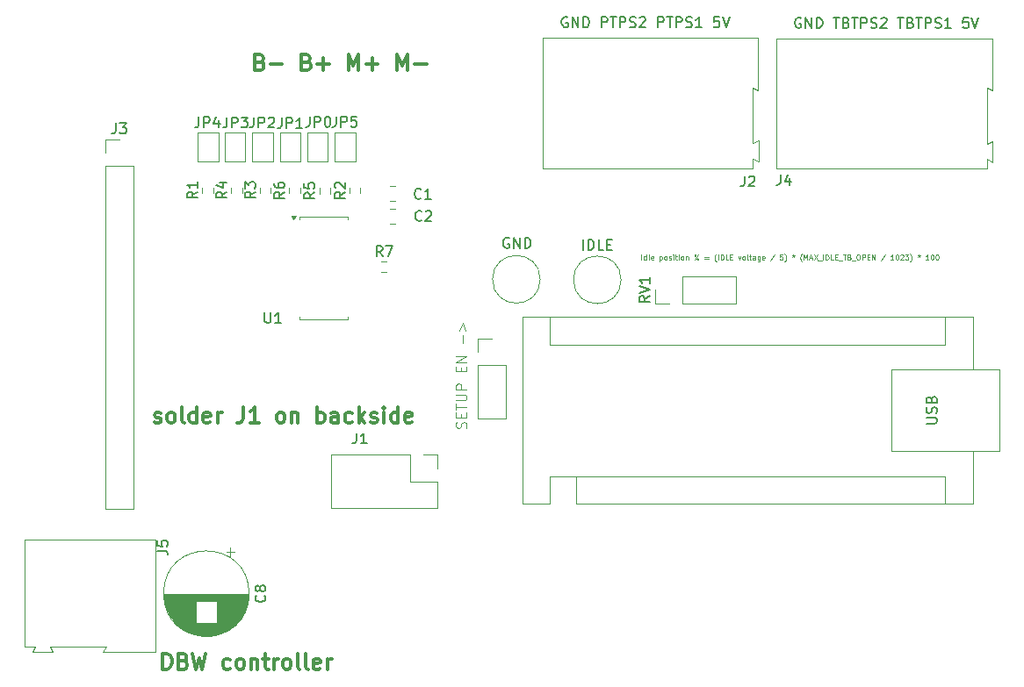
<source format=gbr>
%TF.GenerationSoftware,KiCad,Pcbnew,8.0.1*%
%TF.CreationDate,2024-04-22T23:19:20-07:00*%
%TF.ProjectId,ThrottleControlBoard,5468726f-7474-46c6-9543-6f6e74726f6c,rev?*%
%TF.SameCoordinates,Original*%
%TF.FileFunction,Legend,Top*%
%TF.FilePolarity,Positive*%
%FSLAX46Y46*%
G04 Gerber Fmt 4.6, Leading zero omitted, Abs format (unit mm)*
G04 Created by KiCad (PCBNEW 8.0.1) date 2024-04-22 23:19:20*
%MOMM*%
%LPD*%
G01*
G04 APERTURE LIST*
%ADD10C,0.300000*%
%ADD11C,0.100000*%
%ADD12C,0.200000*%
%ADD13C,0.150000*%
%ADD14C,0.120000*%
G04 APERTURE END LIST*
D10*
X9784510Y-58100828D02*
X9784510Y-56600828D01*
X9784510Y-56600828D02*
X10141653Y-56600828D01*
X10141653Y-56600828D02*
X10355939Y-56672257D01*
X10355939Y-56672257D02*
X10498796Y-56815114D01*
X10498796Y-56815114D02*
X10570225Y-56957971D01*
X10570225Y-56957971D02*
X10641653Y-57243685D01*
X10641653Y-57243685D02*
X10641653Y-57457971D01*
X10641653Y-57457971D02*
X10570225Y-57743685D01*
X10570225Y-57743685D02*
X10498796Y-57886542D01*
X10498796Y-57886542D02*
X10355939Y-58029400D01*
X10355939Y-58029400D02*
X10141653Y-58100828D01*
X10141653Y-58100828D02*
X9784510Y-58100828D01*
X11784510Y-57315114D02*
X11998796Y-57386542D01*
X11998796Y-57386542D02*
X12070225Y-57457971D01*
X12070225Y-57457971D02*
X12141653Y-57600828D01*
X12141653Y-57600828D02*
X12141653Y-57815114D01*
X12141653Y-57815114D02*
X12070225Y-57957971D01*
X12070225Y-57957971D02*
X11998796Y-58029400D01*
X11998796Y-58029400D02*
X11855939Y-58100828D01*
X11855939Y-58100828D02*
X11284510Y-58100828D01*
X11284510Y-58100828D02*
X11284510Y-56600828D01*
X11284510Y-56600828D02*
X11784510Y-56600828D01*
X11784510Y-56600828D02*
X11927368Y-56672257D01*
X11927368Y-56672257D02*
X11998796Y-56743685D01*
X11998796Y-56743685D02*
X12070225Y-56886542D01*
X12070225Y-56886542D02*
X12070225Y-57029400D01*
X12070225Y-57029400D02*
X11998796Y-57172257D01*
X11998796Y-57172257D02*
X11927368Y-57243685D01*
X11927368Y-57243685D02*
X11784510Y-57315114D01*
X11784510Y-57315114D02*
X11284510Y-57315114D01*
X12641653Y-56600828D02*
X12998796Y-58100828D01*
X12998796Y-58100828D02*
X13284510Y-57029400D01*
X13284510Y-57029400D02*
X13570225Y-58100828D01*
X13570225Y-58100828D02*
X13927368Y-56600828D01*
X16284511Y-58029400D02*
X16141653Y-58100828D01*
X16141653Y-58100828D02*
X15855939Y-58100828D01*
X15855939Y-58100828D02*
X15713082Y-58029400D01*
X15713082Y-58029400D02*
X15641653Y-57957971D01*
X15641653Y-57957971D02*
X15570225Y-57815114D01*
X15570225Y-57815114D02*
X15570225Y-57386542D01*
X15570225Y-57386542D02*
X15641653Y-57243685D01*
X15641653Y-57243685D02*
X15713082Y-57172257D01*
X15713082Y-57172257D02*
X15855939Y-57100828D01*
X15855939Y-57100828D02*
X16141653Y-57100828D01*
X16141653Y-57100828D02*
X16284511Y-57172257D01*
X17141653Y-58100828D02*
X16998796Y-58029400D01*
X16998796Y-58029400D02*
X16927367Y-57957971D01*
X16927367Y-57957971D02*
X16855939Y-57815114D01*
X16855939Y-57815114D02*
X16855939Y-57386542D01*
X16855939Y-57386542D02*
X16927367Y-57243685D01*
X16927367Y-57243685D02*
X16998796Y-57172257D01*
X16998796Y-57172257D02*
X17141653Y-57100828D01*
X17141653Y-57100828D02*
X17355939Y-57100828D01*
X17355939Y-57100828D02*
X17498796Y-57172257D01*
X17498796Y-57172257D02*
X17570225Y-57243685D01*
X17570225Y-57243685D02*
X17641653Y-57386542D01*
X17641653Y-57386542D02*
X17641653Y-57815114D01*
X17641653Y-57815114D02*
X17570225Y-57957971D01*
X17570225Y-57957971D02*
X17498796Y-58029400D01*
X17498796Y-58029400D02*
X17355939Y-58100828D01*
X17355939Y-58100828D02*
X17141653Y-58100828D01*
X18284510Y-57100828D02*
X18284510Y-58100828D01*
X18284510Y-57243685D02*
X18355939Y-57172257D01*
X18355939Y-57172257D02*
X18498796Y-57100828D01*
X18498796Y-57100828D02*
X18713082Y-57100828D01*
X18713082Y-57100828D02*
X18855939Y-57172257D01*
X18855939Y-57172257D02*
X18927368Y-57315114D01*
X18927368Y-57315114D02*
X18927368Y-58100828D01*
X19427368Y-57100828D02*
X19998796Y-57100828D01*
X19641653Y-56600828D02*
X19641653Y-57886542D01*
X19641653Y-57886542D02*
X19713082Y-58029400D01*
X19713082Y-58029400D02*
X19855939Y-58100828D01*
X19855939Y-58100828D02*
X19998796Y-58100828D01*
X20498796Y-58100828D02*
X20498796Y-57100828D01*
X20498796Y-57386542D02*
X20570225Y-57243685D01*
X20570225Y-57243685D02*
X20641654Y-57172257D01*
X20641654Y-57172257D02*
X20784511Y-57100828D01*
X20784511Y-57100828D02*
X20927368Y-57100828D01*
X21641653Y-58100828D02*
X21498796Y-58029400D01*
X21498796Y-58029400D02*
X21427367Y-57957971D01*
X21427367Y-57957971D02*
X21355939Y-57815114D01*
X21355939Y-57815114D02*
X21355939Y-57386542D01*
X21355939Y-57386542D02*
X21427367Y-57243685D01*
X21427367Y-57243685D02*
X21498796Y-57172257D01*
X21498796Y-57172257D02*
X21641653Y-57100828D01*
X21641653Y-57100828D02*
X21855939Y-57100828D01*
X21855939Y-57100828D02*
X21998796Y-57172257D01*
X21998796Y-57172257D02*
X22070225Y-57243685D01*
X22070225Y-57243685D02*
X22141653Y-57386542D01*
X22141653Y-57386542D02*
X22141653Y-57815114D01*
X22141653Y-57815114D02*
X22070225Y-57957971D01*
X22070225Y-57957971D02*
X21998796Y-58029400D01*
X21998796Y-58029400D02*
X21855939Y-58100828D01*
X21855939Y-58100828D02*
X21641653Y-58100828D01*
X22998796Y-58100828D02*
X22855939Y-58029400D01*
X22855939Y-58029400D02*
X22784510Y-57886542D01*
X22784510Y-57886542D02*
X22784510Y-56600828D01*
X23784510Y-58100828D02*
X23641653Y-58029400D01*
X23641653Y-58029400D02*
X23570224Y-57886542D01*
X23570224Y-57886542D02*
X23570224Y-56600828D01*
X24927367Y-58029400D02*
X24784510Y-58100828D01*
X24784510Y-58100828D02*
X24498796Y-58100828D01*
X24498796Y-58100828D02*
X24355938Y-58029400D01*
X24355938Y-58029400D02*
X24284510Y-57886542D01*
X24284510Y-57886542D02*
X24284510Y-57315114D01*
X24284510Y-57315114D02*
X24355938Y-57172257D01*
X24355938Y-57172257D02*
X24498796Y-57100828D01*
X24498796Y-57100828D02*
X24784510Y-57100828D01*
X24784510Y-57100828D02*
X24927367Y-57172257D01*
X24927367Y-57172257D02*
X24998796Y-57315114D01*
X24998796Y-57315114D02*
X24998796Y-57457971D01*
X24998796Y-57457971D02*
X24284510Y-57600828D01*
X25641652Y-58100828D02*
X25641652Y-57100828D01*
X25641652Y-57386542D02*
X25713081Y-57243685D01*
X25713081Y-57243685D02*
X25784510Y-57172257D01*
X25784510Y-57172257D02*
X25927367Y-57100828D01*
X25927367Y-57100828D02*
X26070224Y-57100828D01*
D11*
X39004800Y-34843734D02*
X39052419Y-34700877D01*
X39052419Y-34700877D02*
X39052419Y-34462782D01*
X39052419Y-34462782D02*
X39004800Y-34367544D01*
X39004800Y-34367544D02*
X38957180Y-34319925D01*
X38957180Y-34319925D02*
X38861942Y-34272306D01*
X38861942Y-34272306D02*
X38766704Y-34272306D01*
X38766704Y-34272306D02*
X38671466Y-34319925D01*
X38671466Y-34319925D02*
X38623847Y-34367544D01*
X38623847Y-34367544D02*
X38576228Y-34462782D01*
X38576228Y-34462782D02*
X38528609Y-34653258D01*
X38528609Y-34653258D02*
X38480990Y-34748496D01*
X38480990Y-34748496D02*
X38433371Y-34796115D01*
X38433371Y-34796115D02*
X38338133Y-34843734D01*
X38338133Y-34843734D02*
X38242895Y-34843734D01*
X38242895Y-34843734D02*
X38147657Y-34796115D01*
X38147657Y-34796115D02*
X38100038Y-34748496D01*
X38100038Y-34748496D02*
X38052419Y-34653258D01*
X38052419Y-34653258D02*
X38052419Y-34415163D01*
X38052419Y-34415163D02*
X38100038Y-34272306D01*
X38528609Y-33843734D02*
X38528609Y-33510401D01*
X39052419Y-33367544D02*
X39052419Y-33843734D01*
X39052419Y-33843734D02*
X38052419Y-33843734D01*
X38052419Y-33843734D02*
X38052419Y-33367544D01*
X38052419Y-33081829D02*
X38052419Y-32510401D01*
X39052419Y-32796115D02*
X38052419Y-32796115D01*
X38052419Y-32177067D02*
X38861942Y-32177067D01*
X38861942Y-32177067D02*
X38957180Y-32129448D01*
X38957180Y-32129448D02*
X39004800Y-32081829D01*
X39004800Y-32081829D02*
X39052419Y-31986591D01*
X39052419Y-31986591D02*
X39052419Y-31796115D01*
X39052419Y-31796115D02*
X39004800Y-31700877D01*
X39004800Y-31700877D02*
X38957180Y-31653258D01*
X38957180Y-31653258D02*
X38861942Y-31605639D01*
X38861942Y-31605639D02*
X38052419Y-31605639D01*
X39052419Y-31129448D02*
X38052419Y-31129448D01*
X38052419Y-31129448D02*
X38052419Y-30748496D01*
X38052419Y-30748496D02*
X38100038Y-30653258D01*
X38100038Y-30653258D02*
X38147657Y-30605639D01*
X38147657Y-30605639D02*
X38242895Y-30558020D01*
X38242895Y-30558020D02*
X38385752Y-30558020D01*
X38385752Y-30558020D02*
X38480990Y-30605639D01*
X38480990Y-30605639D02*
X38528609Y-30653258D01*
X38528609Y-30653258D02*
X38576228Y-30748496D01*
X38576228Y-30748496D02*
X38576228Y-31129448D01*
X38528609Y-29367543D02*
X38528609Y-29034210D01*
X39052419Y-28891353D02*
X39052419Y-29367543D01*
X39052419Y-29367543D02*
X38052419Y-29367543D01*
X38052419Y-29367543D02*
X38052419Y-28891353D01*
X39052419Y-28462781D02*
X38052419Y-28462781D01*
X38052419Y-28462781D02*
X39052419Y-27891353D01*
X39052419Y-27891353D02*
X38052419Y-27891353D01*
X38671466Y-26653257D02*
X38671466Y-25891353D01*
X38385752Y-25415162D02*
X38671466Y-24653258D01*
X38671466Y-24653258D02*
X38957180Y-25415162D01*
X55924836Y-18603609D02*
X55924836Y-18103609D01*
X56377217Y-18603609D02*
X56377217Y-18103609D01*
X56377217Y-18579800D02*
X56329598Y-18603609D01*
X56329598Y-18603609D02*
X56234360Y-18603609D01*
X56234360Y-18603609D02*
X56186741Y-18579800D01*
X56186741Y-18579800D02*
X56162931Y-18555990D01*
X56162931Y-18555990D02*
X56139122Y-18508371D01*
X56139122Y-18508371D02*
X56139122Y-18365514D01*
X56139122Y-18365514D02*
X56162931Y-18317895D01*
X56162931Y-18317895D02*
X56186741Y-18294085D01*
X56186741Y-18294085D02*
X56234360Y-18270276D01*
X56234360Y-18270276D02*
X56329598Y-18270276D01*
X56329598Y-18270276D02*
X56377217Y-18294085D01*
X56686741Y-18603609D02*
X56639122Y-18579800D01*
X56639122Y-18579800D02*
X56615312Y-18532180D01*
X56615312Y-18532180D02*
X56615312Y-18103609D01*
X57067693Y-18579800D02*
X57020074Y-18603609D01*
X57020074Y-18603609D02*
X56924836Y-18603609D01*
X56924836Y-18603609D02*
X56877217Y-18579800D01*
X56877217Y-18579800D02*
X56853408Y-18532180D01*
X56853408Y-18532180D02*
X56853408Y-18341704D01*
X56853408Y-18341704D02*
X56877217Y-18294085D01*
X56877217Y-18294085D02*
X56924836Y-18270276D01*
X56924836Y-18270276D02*
X57020074Y-18270276D01*
X57020074Y-18270276D02*
X57067693Y-18294085D01*
X57067693Y-18294085D02*
X57091503Y-18341704D01*
X57091503Y-18341704D02*
X57091503Y-18389323D01*
X57091503Y-18389323D02*
X56853408Y-18436942D01*
X57686740Y-18270276D02*
X57686740Y-18770276D01*
X57686740Y-18294085D02*
X57734359Y-18270276D01*
X57734359Y-18270276D02*
X57829597Y-18270276D01*
X57829597Y-18270276D02*
X57877216Y-18294085D01*
X57877216Y-18294085D02*
X57901026Y-18317895D01*
X57901026Y-18317895D02*
X57924835Y-18365514D01*
X57924835Y-18365514D02*
X57924835Y-18508371D01*
X57924835Y-18508371D02*
X57901026Y-18555990D01*
X57901026Y-18555990D02*
X57877216Y-18579800D01*
X57877216Y-18579800D02*
X57829597Y-18603609D01*
X57829597Y-18603609D02*
X57734359Y-18603609D01*
X57734359Y-18603609D02*
X57686740Y-18579800D01*
X58210550Y-18603609D02*
X58162931Y-18579800D01*
X58162931Y-18579800D02*
X58139121Y-18555990D01*
X58139121Y-18555990D02*
X58115312Y-18508371D01*
X58115312Y-18508371D02*
X58115312Y-18365514D01*
X58115312Y-18365514D02*
X58139121Y-18317895D01*
X58139121Y-18317895D02*
X58162931Y-18294085D01*
X58162931Y-18294085D02*
X58210550Y-18270276D01*
X58210550Y-18270276D02*
X58281978Y-18270276D01*
X58281978Y-18270276D02*
X58329597Y-18294085D01*
X58329597Y-18294085D02*
X58353407Y-18317895D01*
X58353407Y-18317895D02*
X58377216Y-18365514D01*
X58377216Y-18365514D02*
X58377216Y-18508371D01*
X58377216Y-18508371D02*
X58353407Y-18555990D01*
X58353407Y-18555990D02*
X58329597Y-18579800D01*
X58329597Y-18579800D02*
X58281978Y-18603609D01*
X58281978Y-18603609D02*
X58210550Y-18603609D01*
X58567693Y-18579800D02*
X58615312Y-18603609D01*
X58615312Y-18603609D02*
X58710550Y-18603609D01*
X58710550Y-18603609D02*
X58758169Y-18579800D01*
X58758169Y-18579800D02*
X58781978Y-18532180D01*
X58781978Y-18532180D02*
X58781978Y-18508371D01*
X58781978Y-18508371D02*
X58758169Y-18460752D01*
X58758169Y-18460752D02*
X58710550Y-18436942D01*
X58710550Y-18436942D02*
X58639121Y-18436942D01*
X58639121Y-18436942D02*
X58591502Y-18413133D01*
X58591502Y-18413133D02*
X58567693Y-18365514D01*
X58567693Y-18365514D02*
X58567693Y-18341704D01*
X58567693Y-18341704D02*
X58591502Y-18294085D01*
X58591502Y-18294085D02*
X58639121Y-18270276D01*
X58639121Y-18270276D02*
X58710550Y-18270276D01*
X58710550Y-18270276D02*
X58758169Y-18294085D01*
X58996264Y-18603609D02*
X58996264Y-18270276D01*
X58996264Y-18103609D02*
X58972455Y-18127419D01*
X58972455Y-18127419D02*
X58996264Y-18151228D01*
X58996264Y-18151228D02*
X59020074Y-18127419D01*
X59020074Y-18127419D02*
X58996264Y-18103609D01*
X58996264Y-18103609D02*
X58996264Y-18151228D01*
X59162931Y-18270276D02*
X59353407Y-18270276D01*
X59234359Y-18103609D02*
X59234359Y-18532180D01*
X59234359Y-18532180D02*
X59258169Y-18579800D01*
X59258169Y-18579800D02*
X59305788Y-18603609D01*
X59305788Y-18603609D02*
X59353407Y-18603609D01*
X59520073Y-18603609D02*
X59520073Y-18270276D01*
X59520073Y-18103609D02*
X59496264Y-18127419D01*
X59496264Y-18127419D02*
X59520073Y-18151228D01*
X59520073Y-18151228D02*
X59543883Y-18127419D01*
X59543883Y-18127419D02*
X59520073Y-18103609D01*
X59520073Y-18103609D02*
X59520073Y-18151228D01*
X59829597Y-18603609D02*
X59781978Y-18579800D01*
X59781978Y-18579800D02*
X59758168Y-18555990D01*
X59758168Y-18555990D02*
X59734359Y-18508371D01*
X59734359Y-18508371D02*
X59734359Y-18365514D01*
X59734359Y-18365514D02*
X59758168Y-18317895D01*
X59758168Y-18317895D02*
X59781978Y-18294085D01*
X59781978Y-18294085D02*
X59829597Y-18270276D01*
X59829597Y-18270276D02*
X59901025Y-18270276D01*
X59901025Y-18270276D02*
X59948644Y-18294085D01*
X59948644Y-18294085D02*
X59972454Y-18317895D01*
X59972454Y-18317895D02*
X59996263Y-18365514D01*
X59996263Y-18365514D02*
X59996263Y-18508371D01*
X59996263Y-18508371D02*
X59972454Y-18555990D01*
X59972454Y-18555990D02*
X59948644Y-18579800D01*
X59948644Y-18579800D02*
X59901025Y-18603609D01*
X59901025Y-18603609D02*
X59829597Y-18603609D01*
X60210549Y-18270276D02*
X60210549Y-18603609D01*
X60210549Y-18317895D02*
X60234359Y-18294085D01*
X60234359Y-18294085D02*
X60281978Y-18270276D01*
X60281978Y-18270276D02*
X60353406Y-18270276D01*
X60353406Y-18270276D02*
X60401025Y-18294085D01*
X60401025Y-18294085D02*
X60424835Y-18341704D01*
X60424835Y-18341704D02*
X60424835Y-18603609D01*
X61020073Y-18603609D02*
X61401025Y-18103609D01*
X61091501Y-18103609D02*
X61139120Y-18127419D01*
X61139120Y-18127419D02*
X61162930Y-18175038D01*
X61162930Y-18175038D02*
X61139120Y-18222657D01*
X61139120Y-18222657D02*
X61091501Y-18246466D01*
X61091501Y-18246466D02*
X61043882Y-18222657D01*
X61043882Y-18222657D02*
X61020073Y-18175038D01*
X61020073Y-18175038D02*
X61043882Y-18127419D01*
X61043882Y-18127419D02*
X61091501Y-18103609D01*
X61377215Y-18579800D02*
X61401025Y-18532180D01*
X61401025Y-18532180D02*
X61377215Y-18484561D01*
X61377215Y-18484561D02*
X61329596Y-18460752D01*
X61329596Y-18460752D02*
X61281977Y-18484561D01*
X61281977Y-18484561D02*
X61258168Y-18532180D01*
X61258168Y-18532180D02*
X61281977Y-18579800D01*
X61281977Y-18579800D02*
X61329596Y-18603609D01*
X61329596Y-18603609D02*
X61377215Y-18579800D01*
X61996263Y-18341704D02*
X62377216Y-18341704D01*
X62377216Y-18484561D02*
X61996263Y-18484561D01*
X63139120Y-18794085D02*
X63115311Y-18770276D01*
X63115311Y-18770276D02*
X63067692Y-18698847D01*
X63067692Y-18698847D02*
X63043882Y-18651228D01*
X63043882Y-18651228D02*
X63020073Y-18579800D01*
X63020073Y-18579800D02*
X62996263Y-18460752D01*
X62996263Y-18460752D02*
X62996263Y-18365514D01*
X62996263Y-18365514D02*
X63020073Y-18246466D01*
X63020073Y-18246466D02*
X63043882Y-18175038D01*
X63043882Y-18175038D02*
X63067692Y-18127419D01*
X63067692Y-18127419D02*
X63115311Y-18055990D01*
X63115311Y-18055990D02*
X63139120Y-18032180D01*
X63329596Y-18603609D02*
X63329596Y-18103609D01*
X63567691Y-18603609D02*
X63567691Y-18103609D01*
X63567691Y-18103609D02*
X63686739Y-18103609D01*
X63686739Y-18103609D02*
X63758167Y-18127419D01*
X63758167Y-18127419D02*
X63805786Y-18175038D01*
X63805786Y-18175038D02*
X63829596Y-18222657D01*
X63829596Y-18222657D02*
X63853405Y-18317895D01*
X63853405Y-18317895D02*
X63853405Y-18389323D01*
X63853405Y-18389323D02*
X63829596Y-18484561D01*
X63829596Y-18484561D02*
X63805786Y-18532180D01*
X63805786Y-18532180D02*
X63758167Y-18579800D01*
X63758167Y-18579800D02*
X63686739Y-18603609D01*
X63686739Y-18603609D02*
X63567691Y-18603609D01*
X64305786Y-18603609D02*
X64067691Y-18603609D01*
X64067691Y-18603609D02*
X64067691Y-18103609D01*
X64472453Y-18341704D02*
X64639120Y-18341704D01*
X64710548Y-18603609D02*
X64472453Y-18603609D01*
X64472453Y-18603609D02*
X64472453Y-18103609D01*
X64472453Y-18103609D02*
X64710548Y-18103609D01*
X65258167Y-18270276D02*
X65377215Y-18603609D01*
X65377215Y-18603609D02*
X65496262Y-18270276D01*
X65758167Y-18603609D02*
X65710548Y-18579800D01*
X65710548Y-18579800D02*
X65686738Y-18555990D01*
X65686738Y-18555990D02*
X65662929Y-18508371D01*
X65662929Y-18508371D02*
X65662929Y-18365514D01*
X65662929Y-18365514D02*
X65686738Y-18317895D01*
X65686738Y-18317895D02*
X65710548Y-18294085D01*
X65710548Y-18294085D02*
X65758167Y-18270276D01*
X65758167Y-18270276D02*
X65829595Y-18270276D01*
X65829595Y-18270276D02*
X65877214Y-18294085D01*
X65877214Y-18294085D02*
X65901024Y-18317895D01*
X65901024Y-18317895D02*
X65924833Y-18365514D01*
X65924833Y-18365514D02*
X65924833Y-18508371D01*
X65924833Y-18508371D02*
X65901024Y-18555990D01*
X65901024Y-18555990D02*
X65877214Y-18579800D01*
X65877214Y-18579800D02*
X65829595Y-18603609D01*
X65829595Y-18603609D02*
X65758167Y-18603609D01*
X66210548Y-18603609D02*
X66162929Y-18579800D01*
X66162929Y-18579800D02*
X66139119Y-18532180D01*
X66139119Y-18532180D02*
X66139119Y-18103609D01*
X66329596Y-18270276D02*
X66520072Y-18270276D01*
X66401024Y-18103609D02*
X66401024Y-18532180D01*
X66401024Y-18532180D02*
X66424834Y-18579800D01*
X66424834Y-18579800D02*
X66472453Y-18603609D01*
X66472453Y-18603609D02*
X66520072Y-18603609D01*
X66901024Y-18603609D02*
X66901024Y-18341704D01*
X66901024Y-18341704D02*
X66877214Y-18294085D01*
X66877214Y-18294085D02*
X66829595Y-18270276D01*
X66829595Y-18270276D02*
X66734357Y-18270276D01*
X66734357Y-18270276D02*
X66686738Y-18294085D01*
X66901024Y-18579800D02*
X66853405Y-18603609D01*
X66853405Y-18603609D02*
X66734357Y-18603609D01*
X66734357Y-18603609D02*
X66686738Y-18579800D01*
X66686738Y-18579800D02*
X66662929Y-18532180D01*
X66662929Y-18532180D02*
X66662929Y-18484561D01*
X66662929Y-18484561D02*
X66686738Y-18436942D01*
X66686738Y-18436942D02*
X66734357Y-18413133D01*
X66734357Y-18413133D02*
X66853405Y-18413133D01*
X66853405Y-18413133D02*
X66901024Y-18389323D01*
X67353405Y-18270276D02*
X67353405Y-18675038D01*
X67353405Y-18675038D02*
X67329595Y-18722657D01*
X67329595Y-18722657D02*
X67305786Y-18746466D01*
X67305786Y-18746466D02*
X67258167Y-18770276D01*
X67258167Y-18770276D02*
X67186738Y-18770276D01*
X67186738Y-18770276D02*
X67139119Y-18746466D01*
X67353405Y-18579800D02*
X67305786Y-18603609D01*
X67305786Y-18603609D02*
X67210548Y-18603609D01*
X67210548Y-18603609D02*
X67162929Y-18579800D01*
X67162929Y-18579800D02*
X67139119Y-18555990D01*
X67139119Y-18555990D02*
X67115310Y-18508371D01*
X67115310Y-18508371D02*
X67115310Y-18365514D01*
X67115310Y-18365514D02*
X67139119Y-18317895D01*
X67139119Y-18317895D02*
X67162929Y-18294085D01*
X67162929Y-18294085D02*
X67210548Y-18270276D01*
X67210548Y-18270276D02*
X67305786Y-18270276D01*
X67305786Y-18270276D02*
X67353405Y-18294085D01*
X67781976Y-18579800D02*
X67734357Y-18603609D01*
X67734357Y-18603609D02*
X67639119Y-18603609D01*
X67639119Y-18603609D02*
X67591500Y-18579800D01*
X67591500Y-18579800D02*
X67567691Y-18532180D01*
X67567691Y-18532180D02*
X67567691Y-18341704D01*
X67567691Y-18341704D02*
X67591500Y-18294085D01*
X67591500Y-18294085D02*
X67639119Y-18270276D01*
X67639119Y-18270276D02*
X67734357Y-18270276D01*
X67734357Y-18270276D02*
X67781976Y-18294085D01*
X67781976Y-18294085D02*
X67805786Y-18341704D01*
X67805786Y-18341704D02*
X67805786Y-18389323D01*
X67805786Y-18389323D02*
X67567691Y-18436942D01*
X68758166Y-18079800D02*
X68329595Y-18722657D01*
X69543880Y-18103609D02*
X69305785Y-18103609D01*
X69305785Y-18103609D02*
X69281976Y-18341704D01*
X69281976Y-18341704D02*
X69305785Y-18317895D01*
X69305785Y-18317895D02*
X69353404Y-18294085D01*
X69353404Y-18294085D02*
X69472452Y-18294085D01*
X69472452Y-18294085D02*
X69520071Y-18317895D01*
X69520071Y-18317895D02*
X69543880Y-18341704D01*
X69543880Y-18341704D02*
X69567690Y-18389323D01*
X69567690Y-18389323D02*
X69567690Y-18508371D01*
X69567690Y-18508371D02*
X69543880Y-18555990D01*
X69543880Y-18555990D02*
X69520071Y-18579800D01*
X69520071Y-18579800D02*
X69472452Y-18603609D01*
X69472452Y-18603609D02*
X69353404Y-18603609D01*
X69353404Y-18603609D02*
X69305785Y-18579800D01*
X69305785Y-18579800D02*
X69281976Y-18555990D01*
X69734356Y-18794085D02*
X69758166Y-18770276D01*
X69758166Y-18770276D02*
X69805785Y-18698847D01*
X69805785Y-18698847D02*
X69829594Y-18651228D01*
X69829594Y-18651228D02*
X69853404Y-18579800D01*
X69853404Y-18579800D02*
X69877213Y-18460752D01*
X69877213Y-18460752D02*
X69877213Y-18365514D01*
X69877213Y-18365514D02*
X69853404Y-18246466D01*
X69853404Y-18246466D02*
X69829594Y-18175038D01*
X69829594Y-18175038D02*
X69805785Y-18127419D01*
X69805785Y-18127419D02*
X69758166Y-18055990D01*
X69758166Y-18055990D02*
X69734356Y-18032180D01*
X70567689Y-18103609D02*
X70567689Y-18222657D01*
X70448641Y-18175038D02*
X70567689Y-18222657D01*
X70567689Y-18222657D02*
X70686736Y-18175038D01*
X70496260Y-18317895D02*
X70567689Y-18222657D01*
X70567689Y-18222657D02*
X70639117Y-18317895D01*
X71401021Y-18794085D02*
X71377212Y-18770276D01*
X71377212Y-18770276D02*
X71329593Y-18698847D01*
X71329593Y-18698847D02*
X71305783Y-18651228D01*
X71305783Y-18651228D02*
X71281974Y-18579800D01*
X71281974Y-18579800D02*
X71258164Y-18460752D01*
X71258164Y-18460752D02*
X71258164Y-18365514D01*
X71258164Y-18365514D02*
X71281974Y-18246466D01*
X71281974Y-18246466D02*
X71305783Y-18175038D01*
X71305783Y-18175038D02*
X71329593Y-18127419D01*
X71329593Y-18127419D02*
X71377212Y-18055990D01*
X71377212Y-18055990D02*
X71401021Y-18032180D01*
X71591497Y-18603609D02*
X71591497Y-18103609D01*
X71591497Y-18103609D02*
X71758164Y-18460752D01*
X71758164Y-18460752D02*
X71924830Y-18103609D01*
X71924830Y-18103609D02*
X71924830Y-18603609D01*
X72139117Y-18460752D02*
X72377212Y-18460752D01*
X72091498Y-18603609D02*
X72258164Y-18103609D01*
X72258164Y-18103609D02*
X72424831Y-18603609D01*
X72543878Y-18103609D02*
X72877211Y-18603609D01*
X72877211Y-18103609D02*
X72543878Y-18603609D01*
X72948640Y-18651228D02*
X73329592Y-18651228D01*
X73448639Y-18603609D02*
X73448639Y-18103609D01*
X73686734Y-18603609D02*
X73686734Y-18103609D01*
X73686734Y-18103609D02*
X73805782Y-18103609D01*
X73805782Y-18103609D02*
X73877210Y-18127419D01*
X73877210Y-18127419D02*
X73924829Y-18175038D01*
X73924829Y-18175038D02*
X73948639Y-18222657D01*
X73948639Y-18222657D02*
X73972448Y-18317895D01*
X73972448Y-18317895D02*
X73972448Y-18389323D01*
X73972448Y-18389323D02*
X73948639Y-18484561D01*
X73948639Y-18484561D02*
X73924829Y-18532180D01*
X73924829Y-18532180D02*
X73877210Y-18579800D01*
X73877210Y-18579800D02*
X73805782Y-18603609D01*
X73805782Y-18603609D02*
X73686734Y-18603609D01*
X74424829Y-18603609D02*
X74186734Y-18603609D01*
X74186734Y-18603609D02*
X74186734Y-18103609D01*
X74591496Y-18341704D02*
X74758163Y-18341704D01*
X74829591Y-18603609D02*
X74591496Y-18603609D01*
X74591496Y-18603609D02*
X74591496Y-18103609D01*
X74591496Y-18103609D02*
X74829591Y-18103609D01*
X74924830Y-18651228D02*
X75305782Y-18651228D01*
X75353401Y-18103609D02*
X75639115Y-18103609D01*
X75496258Y-18603609D02*
X75496258Y-18103609D01*
X75972448Y-18341704D02*
X76043876Y-18365514D01*
X76043876Y-18365514D02*
X76067686Y-18389323D01*
X76067686Y-18389323D02*
X76091495Y-18436942D01*
X76091495Y-18436942D02*
X76091495Y-18508371D01*
X76091495Y-18508371D02*
X76067686Y-18555990D01*
X76067686Y-18555990D02*
X76043876Y-18579800D01*
X76043876Y-18579800D02*
X75996257Y-18603609D01*
X75996257Y-18603609D02*
X75805781Y-18603609D01*
X75805781Y-18603609D02*
X75805781Y-18103609D01*
X75805781Y-18103609D02*
X75972448Y-18103609D01*
X75972448Y-18103609D02*
X76020067Y-18127419D01*
X76020067Y-18127419D02*
X76043876Y-18151228D01*
X76043876Y-18151228D02*
X76067686Y-18198847D01*
X76067686Y-18198847D02*
X76067686Y-18246466D01*
X76067686Y-18246466D02*
X76043876Y-18294085D01*
X76043876Y-18294085D02*
X76020067Y-18317895D01*
X76020067Y-18317895D02*
X75972448Y-18341704D01*
X75972448Y-18341704D02*
X75805781Y-18341704D01*
X76186734Y-18651228D02*
X76567686Y-18651228D01*
X76781971Y-18103609D02*
X76877209Y-18103609D01*
X76877209Y-18103609D02*
X76924828Y-18127419D01*
X76924828Y-18127419D02*
X76972447Y-18175038D01*
X76972447Y-18175038D02*
X76996257Y-18270276D01*
X76996257Y-18270276D02*
X76996257Y-18436942D01*
X76996257Y-18436942D02*
X76972447Y-18532180D01*
X76972447Y-18532180D02*
X76924828Y-18579800D01*
X76924828Y-18579800D02*
X76877209Y-18603609D01*
X76877209Y-18603609D02*
X76781971Y-18603609D01*
X76781971Y-18603609D02*
X76734352Y-18579800D01*
X76734352Y-18579800D02*
X76686733Y-18532180D01*
X76686733Y-18532180D02*
X76662924Y-18436942D01*
X76662924Y-18436942D02*
X76662924Y-18270276D01*
X76662924Y-18270276D02*
X76686733Y-18175038D01*
X76686733Y-18175038D02*
X76734352Y-18127419D01*
X76734352Y-18127419D02*
X76781971Y-18103609D01*
X77210543Y-18603609D02*
X77210543Y-18103609D01*
X77210543Y-18103609D02*
X77401019Y-18103609D01*
X77401019Y-18103609D02*
X77448638Y-18127419D01*
X77448638Y-18127419D02*
X77472448Y-18151228D01*
X77472448Y-18151228D02*
X77496257Y-18198847D01*
X77496257Y-18198847D02*
X77496257Y-18270276D01*
X77496257Y-18270276D02*
X77472448Y-18317895D01*
X77472448Y-18317895D02*
X77448638Y-18341704D01*
X77448638Y-18341704D02*
X77401019Y-18365514D01*
X77401019Y-18365514D02*
X77210543Y-18365514D01*
X77710543Y-18341704D02*
X77877210Y-18341704D01*
X77948638Y-18603609D02*
X77710543Y-18603609D01*
X77710543Y-18603609D02*
X77710543Y-18103609D01*
X77710543Y-18103609D02*
X77948638Y-18103609D01*
X78162924Y-18603609D02*
X78162924Y-18103609D01*
X78162924Y-18103609D02*
X78448638Y-18603609D01*
X78448638Y-18603609D02*
X78448638Y-18103609D01*
X79424829Y-18079800D02*
X78996258Y-18722657D01*
X80234353Y-18603609D02*
X79948639Y-18603609D01*
X80091496Y-18603609D02*
X80091496Y-18103609D01*
X80091496Y-18103609D02*
X80043877Y-18175038D01*
X80043877Y-18175038D02*
X79996258Y-18222657D01*
X79996258Y-18222657D02*
X79948639Y-18246466D01*
X80543876Y-18103609D02*
X80591495Y-18103609D01*
X80591495Y-18103609D02*
X80639114Y-18127419D01*
X80639114Y-18127419D02*
X80662924Y-18151228D01*
X80662924Y-18151228D02*
X80686733Y-18198847D01*
X80686733Y-18198847D02*
X80710543Y-18294085D01*
X80710543Y-18294085D02*
X80710543Y-18413133D01*
X80710543Y-18413133D02*
X80686733Y-18508371D01*
X80686733Y-18508371D02*
X80662924Y-18555990D01*
X80662924Y-18555990D02*
X80639114Y-18579800D01*
X80639114Y-18579800D02*
X80591495Y-18603609D01*
X80591495Y-18603609D02*
X80543876Y-18603609D01*
X80543876Y-18603609D02*
X80496257Y-18579800D01*
X80496257Y-18579800D02*
X80472448Y-18555990D01*
X80472448Y-18555990D02*
X80448638Y-18508371D01*
X80448638Y-18508371D02*
X80424829Y-18413133D01*
X80424829Y-18413133D02*
X80424829Y-18294085D01*
X80424829Y-18294085D02*
X80448638Y-18198847D01*
X80448638Y-18198847D02*
X80472448Y-18151228D01*
X80472448Y-18151228D02*
X80496257Y-18127419D01*
X80496257Y-18127419D02*
X80543876Y-18103609D01*
X80901019Y-18151228D02*
X80924828Y-18127419D01*
X80924828Y-18127419D02*
X80972447Y-18103609D01*
X80972447Y-18103609D02*
X81091495Y-18103609D01*
X81091495Y-18103609D02*
X81139114Y-18127419D01*
X81139114Y-18127419D02*
X81162923Y-18151228D01*
X81162923Y-18151228D02*
X81186733Y-18198847D01*
X81186733Y-18198847D02*
X81186733Y-18246466D01*
X81186733Y-18246466D02*
X81162923Y-18317895D01*
X81162923Y-18317895D02*
X80877209Y-18603609D01*
X80877209Y-18603609D02*
X81186733Y-18603609D01*
X81353399Y-18103609D02*
X81662923Y-18103609D01*
X81662923Y-18103609D02*
X81496256Y-18294085D01*
X81496256Y-18294085D02*
X81567685Y-18294085D01*
X81567685Y-18294085D02*
X81615304Y-18317895D01*
X81615304Y-18317895D02*
X81639113Y-18341704D01*
X81639113Y-18341704D02*
X81662923Y-18389323D01*
X81662923Y-18389323D02*
X81662923Y-18508371D01*
X81662923Y-18508371D02*
X81639113Y-18555990D01*
X81639113Y-18555990D02*
X81615304Y-18579800D01*
X81615304Y-18579800D02*
X81567685Y-18603609D01*
X81567685Y-18603609D02*
X81424828Y-18603609D01*
X81424828Y-18603609D02*
X81377209Y-18579800D01*
X81377209Y-18579800D02*
X81353399Y-18555990D01*
X81829589Y-18794085D02*
X81853399Y-18770276D01*
X81853399Y-18770276D02*
X81901018Y-18698847D01*
X81901018Y-18698847D02*
X81924827Y-18651228D01*
X81924827Y-18651228D02*
X81948637Y-18579800D01*
X81948637Y-18579800D02*
X81972446Y-18460752D01*
X81972446Y-18460752D02*
X81972446Y-18365514D01*
X81972446Y-18365514D02*
X81948637Y-18246466D01*
X81948637Y-18246466D02*
X81924827Y-18175038D01*
X81924827Y-18175038D02*
X81901018Y-18127419D01*
X81901018Y-18127419D02*
X81853399Y-18055990D01*
X81853399Y-18055990D02*
X81829589Y-18032180D01*
X82662922Y-18103609D02*
X82662922Y-18222657D01*
X82543874Y-18175038D02*
X82662922Y-18222657D01*
X82662922Y-18222657D02*
X82781969Y-18175038D01*
X82591493Y-18317895D02*
X82662922Y-18222657D01*
X82662922Y-18222657D02*
X82734350Y-18317895D01*
X83615302Y-18603609D02*
X83329588Y-18603609D01*
X83472445Y-18603609D02*
X83472445Y-18103609D01*
X83472445Y-18103609D02*
X83424826Y-18175038D01*
X83424826Y-18175038D02*
X83377207Y-18222657D01*
X83377207Y-18222657D02*
X83329588Y-18246466D01*
X83924825Y-18103609D02*
X83972444Y-18103609D01*
X83972444Y-18103609D02*
X84020063Y-18127419D01*
X84020063Y-18127419D02*
X84043873Y-18151228D01*
X84043873Y-18151228D02*
X84067682Y-18198847D01*
X84067682Y-18198847D02*
X84091492Y-18294085D01*
X84091492Y-18294085D02*
X84091492Y-18413133D01*
X84091492Y-18413133D02*
X84067682Y-18508371D01*
X84067682Y-18508371D02*
X84043873Y-18555990D01*
X84043873Y-18555990D02*
X84020063Y-18579800D01*
X84020063Y-18579800D02*
X83972444Y-18603609D01*
X83972444Y-18603609D02*
X83924825Y-18603609D01*
X83924825Y-18603609D02*
X83877206Y-18579800D01*
X83877206Y-18579800D02*
X83853397Y-18555990D01*
X83853397Y-18555990D02*
X83829587Y-18508371D01*
X83829587Y-18508371D02*
X83805778Y-18413133D01*
X83805778Y-18413133D02*
X83805778Y-18294085D01*
X83805778Y-18294085D02*
X83829587Y-18198847D01*
X83829587Y-18198847D02*
X83853397Y-18151228D01*
X83853397Y-18151228D02*
X83877206Y-18127419D01*
X83877206Y-18127419D02*
X83924825Y-18103609D01*
X84401015Y-18103609D02*
X84448634Y-18103609D01*
X84448634Y-18103609D02*
X84496253Y-18127419D01*
X84496253Y-18127419D02*
X84520063Y-18151228D01*
X84520063Y-18151228D02*
X84543872Y-18198847D01*
X84543872Y-18198847D02*
X84567682Y-18294085D01*
X84567682Y-18294085D02*
X84567682Y-18413133D01*
X84567682Y-18413133D02*
X84543872Y-18508371D01*
X84543872Y-18508371D02*
X84520063Y-18555990D01*
X84520063Y-18555990D02*
X84496253Y-18579800D01*
X84496253Y-18579800D02*
X84448634Y-18603609D01*
X84448634Y-18603609D02*
X84401015Y-18603609D01*
X84401015Y-18603609D02*
X84353396Y-18579800D01*
X84353396Y-18579800D02*
X84329587Y-18555990D01*
X84329587Y-18555990D02*
X84305777Y-18508371D01*
X84305777Y-18508371D02*
X84281968Y-18413133D01*
X84281968Y-18413133D02*
X84281968Y-18294085D01*
X84281968Y-18294085D02*
X84305777Y-18198847D01*
X84305777Y-18198847D02*
X84329587Y-18151228D01*
X84329587Y-18151228D02*
X84353396Y-18127419D01*
X84353396Y-18127419D02*
X84401015Y-18103609D01*
D12*
X48793482Y4785161D02*
X48698244Y4832780D01*
X48698244Y4832780D02*
X48555387Y4832780D01*
X48555387Y4832780D02*
X48412530Y4785161D01*
X48412530Y4785161D02*
X48317292Y4689923D01*
X48317292Y4689923D02*
X48269673Y4594685D01*
X48269673Y4594685D02*
X48222054Y4404209D01*
X48222054Y4404209D02*
X48222054Y4261352D01*
X48222054Y4261352D02*
X48269673Y4070876D01*
X48269673Y4070876D02*
X48317292Y3975638D01*
X48317292Y3975638D02*
X48412530Y3880400D01*
X48412530Y3880400D02*
X48555387Y3832780D01*
X48555387Y3832780D02*
X48650625Y3832780D01*
X48650625Y3832780D02*
X48793482Y3880400D01*
X48793482Y3880400D02*
X48841101Y3928019D01*
X48841101Y3928019D02*
X48841101Y4261352D01*
X48841101Y4261352D02*
X48650625Y4261352D01*
X49269673Y3832780D02*
X49269673Y4832780D01*
X49269673Y4832780D02*
X49841101Y3832780D01*
X49841101Y3832780D02*
X49841101Y4832780D01*
X50317292Y3832780D02*
X50317292Y4832780D01*
X50317292Y4832780D02*
X50555387Y4832780D01*
X50555387Y4832780D02*
X50698244Y4785161D01*
X50698244Y4785161D02*
X50793482Y4689923D01*
X50793482Y4689923D02*
X50841101Y4594685D01*
X50841101Y4594685D02*
X50888720Y4404209D01*
X50888720Y4404209D02*
X50888720Y4261352D01*
X50888720Y4261352D02*
X50841101Y4070876D01*
X50841101Y4070876D02*
X50793482Y3975638D01*
X50793482Y3975638D02*
X50698244Y3880400D01*
X50698244Y3880400D02*
X50555387Y3832780D01*
X50555387Y3832780D02*
X50317292Y3832780D01*
X52079197Y3832780D02*
X52079197Y4832780D01*
X52079197Y4832780D02*
X52460149Y4832780D01*
X52460149Y4832780D02*
X52555387Y4785161D01*
X52555387Y4785161D02*
X52603006Y4737542D01*
X52603006Y4737542D02*
X52650625Y4642304D01*
X52650625Y4642304D02*
X52650625Y4499447D01*
X52650625Y4499447D02*
X52603006Y4404209D01*
X52603006Y4404209D02*
X52555387Y4356590D01*
X52555387Y4356590D02*
X52460149Y4308971D01*
X52460149Y4308971D02*
X52079197Y4308971D01*
X52936340Y4832780D02*
X53507768Y4832780D01*
X53222054Y3832780D02*
X53222054Y4832780D01*
X53841102Y3832780D02*
X53841102Y4832780D01*
X53841102Y4832780D02*
X54222054Y4832780D01*
X54222054Y4832780D02*
X54317292Y4785161D01*
X54317292Y4785161D02*
X54364911Y4737542D01*
X54364911Y4737542D02*
X54412530Y4642304D01*
X54412530Y4642304D02*
X54412530Y4499447D01*
X54412530Y4499447D02*
X54364911Y4404209D01*
X54364911Y4404209D02*
X54317292Y4356590D01*
X54317292Y4356590D02*
X54222054Y4308971D01*
X54222054Y4308971D02*
X53841102Y4308971D01*
X54793483Y3880400D02*
X54936340Y3832780D01*
X54936340Y3832780D02*
X55174435Y3832780D01*
X55174435Y3832780D02*
X55269673Y3880400D01*
X55269673Y3880400D02*
X55317292Y3928019D01*
X55317292Y3928019D02*
X55364911Y4023257D01*
X55364911Y4023257D02*
X55364911Y4118495D01*
X55364911Y4118495D02*
X55317292Y4213733D01*
X55317292Y4213733D02*
X55269673Y4261352D01*
X55269673Y4261352D02*
X55174435Y4308971D01*
X55174435Y4308971D02*
X54983959Y4356590D01*
X54983959Y4356590D02*
X54888721Y4404209D01*
X54888721Y4404209D02*
X54841102Y4451828D01*
X54841102Y4451828D02*
X54793483Y4547066D01*
X54793483Y4547066D02*
X54793483Y4642304D01*
X54793483Y4642304D02*
X54841102Y4737542D01*
X54841102Y4737542D02*
X54888721Y4785161D01*
X54888721Y4785161D02*
X54983959Y4832780D01*
X54983959Y4832780D02*
X55222054Y4832780D01*
X55222054Y4832780D02*
X55364911Y4785161D01*
X55745864Y4737542D02*
X55793483Y4785161D01*
X55793483Y4785161D02*
X55888721Y4832780D01*
X55888721Y4832780D02*
X56126816Y4832780D01*
X56126816Y4832780D02*
X56222054Y4785161D01*
X56222054Y4785161D02*
X56269673Y4737542D01*
X56269673Y4737542D02*
X56317292Y4642304D01*
X56317292Y4642304D02*
X56317292Y4547066D01*
X56317292Y4547066D02*
X56269673Y4404209D01*
X56269673Y4404209D02*
X55698245Y3832780D01*
X55698245Y3832780D02*
X56317292Y3832780D01*
X57507769Y3832780D02*
X57507769Y4832780D01*
X57507769Y4832780D02*
X57888721Y4832780D01*
X57888721Y4832780D02*
X57983959Y4785161D01*
X57983959Y4785161D02*
X58031578Y4737542D01*
X58031578Y4737542D02*
X58079197Y4642304D01*
X58079197Y4642304D02*
X58079197Y4499447D01*
X58079197Y4499447D02*
X58031578Y4404209D01*
X58031578Y4404209D02*
X57983959Y4356590D01*
X57983959Y4356590D02*
X57888721Y4308971D01*
X57888721Y4308971D02*
X57507769Y4308971D01*
X58364912Y4832780D02*
X58936340Y4832780D01*
X58650626Y3832780D02*
X58650626Y4832780D01*
X59269674Y3832780D02*
X59269674Y4832780D01*
X59269674Y4832780D02*
X59650626Y4832780D01*
X59650626Y4832780D02*
X59745864Y4785161D01*
X59745864Y4785161D02*
X59793483Y4737542D01*
X59793483Y4737542D02*
X59841102Y4642304D01*
X59841102Y4642304D02*
X59841102Y4499447D01*
X59841102Y4499447D02*
X59793483Y4404209D01*
X59793483Y4404209D02*
X59745864Y4356590D01*
X59745864Y4356590D02*
X59650626Y4308971D01*
X59650626Y4308971D02*
X59269674Y4308971D01*
X60222055Y3880400D02*
X60364912Y3832780D01*
X60364912Y3832780D02*
X60603007Y3832780D01*
X60603007Y3832780D02*
X60698245Y3880400D01*
X60698245Y3880400D02*
X60745864Y3928019D01*
X60745864Y3928019D02*
X60793483Y4023257D01*
X60793483Y4023257D02*
X60793483Y4118495D01*
X60793483Y4118495D02*
X60745864Y4213733D01*
X60745864Y4213733D02*
X60698245Y4261352D01*
X60698245Y4261352D02*
X60603007Y4308971D01*
X60603007Y4308971D02*
X60412531Y4356590D01*
X60412531Y4356590D02*
X60317293Y4404209D01*
X60317293Y4404209D02*
X60269674Y4451828D01*
X60269674Y4451828D02*
X60222055Y4547066D01*
X60222055Y4547066D02*
X60222055Y4642304D01*
X60222055Y4642304D02*
X60269674Y4737542D01*
X60269674Y4737542D02*
X60317293Y4785161D01*
X60317293Y4785161D02*
X60412531Y4832780D01*
X60412531Y4832780D02*
X60650626Y4832780D01*
X60650626Y4832780D02*
X60793483Y4785161D01*
X61745864Y3832780D02*
X61174436Y3832780D01*
X61460150Y3832780D02*
X61460150Y4832780D01*
X61460150Y4832780D02*
X61364912Y4689923D01*
X61364912Y4689923D02*
X61269674Y4594685D01*
X61269674Y4594685D02*
X61174436Y4547066D01*
X63412531Y4832780D02*
X62936341Y4832780D01*
X62936341Y4832780D02*
X62888722Y4356590D01*
X62888722Y4356590D02*
X62936341Y4404209D01*
X62936341Y4404209D02*
X63031579Y4451828D01*
X63031579Y4451828D02*
X63269674Y4451828D01*
X63269674Y4451828D02*
X63364912Y4404209D01*
X63364912Y4404209D02*
X63412531Y4356590D01*
X63412531Y4356590D02*
X63460150Y4261352D01*
X63460150Y4261352D02*
X63460150Y4023257D01*
X63460150Y4023257D02*
X63412531Y3928019D01*
X63412531Y3928019D02*
X63364912Y3880400D01*
X63364912Y3880400D02*
X63269674Y3832780D01*
X63269674Y3832780D02*
X63031579Y3832780D01*
X63031579Y3832780D02*
X62936341Y3880400D01*
X62936341Y3880400D02*
X62888722Y3928019D01*
X63745865Y4832780D02*
X64079198Y3832780D01*
X64079198Y3832780D02*
X64412531Y4832780D01*
X71293482Y4715161D02*
X71198244Y4762780D01*
X71198244Y4762780D02*
X71055387Y4762780D01*
X71055387Y4762780D02*
X70912530Y4715161D01*
X70912530Y4715161D02*
X70817292Y4619923D01*
X70817292Y4619923D02*
X70769673Y4524685D01*
X70769673Y4524685D02*
X70722054Y4334209D01*
X70722054Y4334209D02*
X70722054Y4191352D01*
X70722054Y4191352D02*
X70769673Y4000876D01*
X70769673Y4000876D02*
X70817292Y3905638D01*
X70817292Y3905638D02*
X70912530Y3810400D01*
X70912530Y3810400D02*
X71055387Y3762780D01*
X71055387Y3762780D02*
X71150625Y3762780D01*
X71150625Y3762780D02*
X71293482Y3810400D01*
X71293482Y3810400D02*
X71341101Y3858019D01*
X71341101Y3858019D02*
X71341101Y4191352D01*
X71341101Y4191352D02*
X71150625Y4191352D01*
X71769673Y3762780D02*
X71769673Y4762780D01*
X71769673Y4762780D02*
X72341101Y3762780D01*
X72341101Y3762780D02*
X72341101Y4762780D01*
X72817292Y3762780D02*
X72817292Y4762780D01*
X72817292Y4762780D02*
X73055387Y4762780D01*
X73055387Y4762780D02*
X73198244Y4715161D01*
X73198244Y4715161D02*
X73293482Y4619923D01*
X73293482Y4619923D02*
X73341101Y4524685D01*
X73341101Y4524685D02*
X73388720Y4334209D01*
X73388720Y4334209D02*
X73388720Y4191352D01*
X73388720Y4191352D02*
X73341101Y4000876D01*
X73341101Y4000876D02*
X73293482Y3905638D01*
X73293482Y3905638D02*
X73198244Y3810400D01*
X73198244Y3810400D02*
X73055387Y3762780D01*
X73055387Y3762780D02*
X72817292Y3762780D01*
X74436340Y4762780D02*
X75007768Y4762780D01*
X74722054Y3762780D02*
X74722054Y4762780D01*
X75674435Y4286590D02*
X75817292Y4238971D01*
X75817292Y4238971D02*
X75864911Y4191352D01*
X75864911Y4191352D02*
X75912530Y4096114D01*
X75912530Y4096114D02*
X75912530Y3953257D01*
X75912530Y3953257D02*
X75864911Y3858019D01*
X75864911Y3858019D02*
X75817292Y3810400D01*
X75817292Y3810400D02*
X75722054Y3762780D01*
X75722054Y3762780D02*
X75341102Y3762780D01*
X75341102Y3762780D02*
X75341102Y4762780D01*
X75341102Y4762780D02*
X75674435Y4762780D01*
X75674435Y4762780D02*
X75769673Y4715161D01*
X75769673Y4715161D02*
X75817292Y4667542D01*
X75817292Y4667542D02*
X75864911Y4572304D01*
X75864911Y4572304D02*
X75864911Y4477066D01*
X75864911Y4477066D02*
X75817292Y4381828D01*
X75817292Y4381828D02*
X75769673Y4334209D01*
X75769673Y4334209D02*
X75674435Y4286590D01*
X75674435Y4286590D02*
X75341102Y4286590D01*
X76198245Y4762780D02*
X76769673Y4762780D01*
X76483959Y3762780D02*
X76483959Y4762780D01*
X77103007Y3762780D02*
X77103007Y4762780D01*
X77103007Y4762780D02*
X77483959Y4762780D01*
X77483959Y4762780D02*
X77579197Y4715161D01*
X77579197Y4715161D02*
X77626816Y4667542D01*
X77626816Y4667542D02*
X77674435Y4572304D01*
X77674435Y4572304D02*
X77674435Y4429447D01*
X77674435Y4429447D02*
X77626816Y4334209D01*
X77626816Y4334209D02*
X77579197Y4286590D01*
X77579197Y4286590D02*
X77483959Y4238971D01*
X77483959Y4238971D02*
X77103007Y4238971D01*
X78055388Y3810400D02*
X78198245Y3762780D01*
X78198245Y3762780D02*
X78436340Y3762780D01*
X78436340Y3762780D02*
X78531578Y3810400D01*
X78531578Y3810400D02*
X78579197Y3858019D01*
X78579197Y3858019D02*
X78626816Y3953257D01*
X78626816Y3953257D02*
X78626816Y4048495D01*
X78626816Y4048495D02*
X78579197Y4143733D01*
X78579197Y4143733D02*
X78531578Y4191352D01*
X78531578Y4191352D02*
X78436340Y4238971D01*
X78436340Y4238971D02*
X78245864Y4286590D01*
X78245864Y4286590D02*
X78150626Y4334209D01*
X78150626Y4334209D02*
X78103007Y4381828D01*
X78103007Y4381828D02*
X78055388Y4477066D01*
X78055388Y4477066D02*
X78055388Y4572304D01*
X78055388Y4572304D02*
X78103007Y4667542D01*
X78103007Y4667542D02*
X78150626Y4715161D01*
X78150626Y4715161D02*
X78245864Y4762780D01*
X78245864Y4762780D02*
X78483959Y4762780D01*
X78483959Y4762780D02*
X78626816Y4715161D01*
X79007769Y4667542D02*
X79055388Y4715161D01*
X79055388Y4715161D02*
X79150626Y4762780D01*
X79150626Y4762780D02*
X79388721Y4762780D01*
X79388721Y4762780D02*
X79483959Y4715161D01*
X79483959Y4715161D02*
X79531578Y4667542D01*
X79531578Y4667542D02*
X79579197Y4572304D01*
X79579197Y4572304D02*
X79579197Y4477066D01*
X79579197Y4477066D02*
X79531578Y4334209D01*
X79531578Y4334209D02*
X78960150Y3762780D01*
X78960150Y3762780D02*
X79579197Y3762780D01*
X80626817Y4762780D02*
X81198245Y4762780D01*
X80912531Y3762780D02*
X80912531Y4762780D01*
X81864912Y4286590D02*
X82007769Y4238971D01*
X82007769Y4238971D02*
X82055388Y4191352D01*
X82055388Y4191352D02*
X82103007Y4096114D01*
X82103007Y4096114D02*
X82103007Y3953257D01*
X82103007Y3953257D02*
X82055388Y3858019D01*
X82055388Y3858019D02*
X82007769Y3810400D01*
X82007769Y3810400D02*
X81912531Y3762780D01*
X81912531Y3762780D02*
X81531579Y3762780D01*
X81531579Y3762780D02*
X81531579Y4762780D01*
X81531579Y4762780D02*
X81864912Y4762780D01*
X81864912Y4762780D02*
X81960150Y4715161D01*
X81960150Y4715161D02*
X82007769Y4667542D01*
X82007769Y4667542D02*
X82055388Y4572304D01*
X82055388Y4572304D02*
X82055388Y4477066D01*
X82055388Y4477066D02*
X82007769Y4381828D01*
X82007769Y4381828D02*
X81960150Y4334209D01*
X81960150Y4334209D02*
X81864912Y4286590D01*
X81864912Y4286590D02*
X81531579Y4286590D01*
X82388722Y4762780D02*
X82960150Y4762780D01*
X82674436Y3762780D02*
X82674436Y4762780D01*
X83293484Y3762780D02*
X83293484Y4762780D01*
X83293484Y4762780D02*
X83674436Y4762780D01*
X83674436Y4762780D02*
X83769674Y4715161D01*
X83769674Y4715161D02*
X83817293Y4667542D01*
X83817293Y4667542D02*
X83864912Y4572304D01*
X83864912Y4572304D02*
X83864912Y4429447D01*
X83864912Y4429447D02*
X83817293Y4334209D01*
X83817293Y4334209D02*
X83769674Y4286590D01*
X83769674Y4286590D02*
X83674436Y4238971D01*
X83674436Y4238971D02*
X83293484Y4238971D01*
X84245865Y3810400D02*
X84388722Y3762780D01*
X84388722Y3762780D02*
X84626817Y3762780D01*
X84626817Y3762780D02*
X84722055Y3810400D01*
X84722055Y3810400D02*
X84769674Y3858019D01*
X84769674Y3858019D02*
X84817293Y3953257D01*
X84817293Y3953257D02*
X84817293Y4048495D01*
X84817293Y4048495D02*
X84769674Y4143733D01*
X84769674Y4143733D02*
X84722055Y4191352D01*
X84722055Y4191352D02*
X84626817Y4238971D01*
X84626817Y4238971D02*
X84436341Y4286590D01*
X84436341Y4286590D02*
X84341103Y4334209D01*
X84341103Y4334209D02*
X84293484Y4381828D01*
X84293484Y4381828D02*
X84245865Y4477066D01*
X84245865Y4477066D02*
X84245865Y4572304D01*
X84245865Y4572304D02*
X84293484Y4667542D01*
X84293484Y4667542D02*
X84341103Y4715161D01*
X84341103Y4715161D02*
X84436341Y4762780D01*
X84436341Y4762780D02*
X84674436Y4762780D01*
X84674436Y4762780D02*
X84817293Y4715161D01*
X85769674Y3762780D02*
X85198246Y3762780D01*
X85483960Y3762780D02*
X85483960Y4762780D01*
X85483960Y4762780D02*
X85388722Y4619923D01*
X85388722Y4619923D02*
X85293484Y4524685D01*
X85293484Y4524685D02*
X85198246Y4477066D01*
X87436341Y4762780D02*
X86960151Y4762780D01*
X86960151Y4762780D02*
X86912532Y4286590D01*
X86912532Y4286590D02*
X86960151Y4334209D01*
X86960151Y4334209D02*
X87055389Y4381828D01*
X87055389Y4381828D02*
X87293484Y4381828D01*
X87293484Y4381828D02*
X87388722Y4334209D01*
X87388722Y4334209D02*
X87436341Y4286590D01*
X87436341Y4286590D02*
X87483960Y4191352D01*
X87483960Y4191352D02*
X87483960Y3953257D01*
X87483960Y3953257D02*
X87436341Y3858019D01*
X87436341Y3858019D02*
X87388722Y3810400D01*
X87388722Y3810400D02*
X87293484Y3762780D01*
X87293484Y3762780D02*
X87055389Y3762780D01*
X87055389Y3762780D02*
X86960151Y3810400D01*
X86960151Y3810400D02*
X86912532Y3858019D01*
X87769675Y4762780D02*
X88103008Y3762780D01*
X88103008Y3762780D02*
X88436341Y4762780D01*
D10*
X19164510Y484885D02*
X19378796Y413457D01*
X19378796Y413457D02*
X19450225Y342028D01*
X19450225Y342028D02*
X19521653Y199171D01*
X19521653Y199171D02*
X19521653Y-15114D01*
X19521653Y-15114D02*
X19450225Y-157971D01*
X19450225Y-157971D02*
X19378796Y-229400D01*
X19378796Y-229400D02*
X19235939Y-300828D01*
X19235939Y-300828D02*
X18664510Y-300828D01*
X18664510Y-300828D02*
X18664510Y1199171D01*
X18664510Y1199171D02*
X19164510Y1199171D01*
X19164510Y1199171D02*
X19307368Y1127742D01*
X19307368Y1127742D02*
X19378796Y1056314D01*
X19378796Y1056314D02*
X19450225Y913457D01*
X19450225Y913457D02*
X19450225Y770600D01*
X19450225Y770600D02*
X19378796Y627742D01*
X19378796Y627742D02*
X19307368Y556314D01*
X19307368Y556314D02*
X19164510Y484885D01*
X19164510Y484885D02*
X18664510Y484885D01*
X20164510Y270600D02*
X21307368Y270600D01*
X23664510Y484885D02*
X23878796Y413457D01*
X23878796Y413457D02*
X23950225Y342028D01*
X23950225Y342028D02*
X24021653Y199171D01*
X24021653Y199171D02*
X24021653Y-15114D01*
X24021653Y-15114D02*
X23950225Y-157971D01*
X23950225Y-157971D02*
X23878796Y-229400D01*
X23878796Y-229400D02*
X23735939Y-300828D01*
X23735939Y-300828D02*
X23164510Y-300828D01*
X23164510Y-300828D02*
X23164510Y1199171D01*
X23164510Y1199171D02*
X23664510Y1199171D01*
X23664510Y1199171D02*
X23807368Y1127742D01*
X23807368Y1127742D02*
X23878796Y1056314D01*
X23878796Y1056314D02*
X23950225Y913457D01*
X23950225Y913457D02*
X23950225Y770600D01*
X23950225Y770600D02*
X23878796Y627742D01*
X23878796Y627742D02*
X23807368Y556314D01*
X23807368Y556314D02*
X23664510Y484885D01*
X23664510Y484885D02*
X23164510Y484885D01*
X24664510Y270600D02*
X25807368Y270600D01*
X25235939Y-300828D02*
X25235939Y842028D01*
X27664510Y-300828D02*
X27664510Y1199171D01*
X27664510Y1199171D02*
X28164510Y127742D01*
X28164510Y127742D02*
X28664510Y1199171D01*
X28664510Y1199171D02*
X28664510Y-300828D01*
X29378796Y270600D02*
X30521654Y270600D01*
X29950225Y-300828D02*
X29950225Y842028D01*
X32378796Y-300828D02*
X32378796Y1199171D01*
X32378796Y1199171D02*
X32878796Y127742D01*
X32878796Y127742D02*
X33378796Y1199171D01*
X33378796Y1199171D02*
X33378796Y-300828D01*
X34093082Y270600D02*
X35235940Y270600D01*
X8973082Y-34259400D02*
X9115939Y-34330828D01*
X9115939Y-34330828D02*
X9401653Y-34330828D01*
X9401653Y-34330828D02*
X9544510Y-34259400D01*
X9544510Y-34259400D02*
X9615939Y-34116542D01*
X9615939Y-34116542D02*
X9615939Y-34045114D01*
X9615939Y-34045114D02*
X9544510Y-33902257D01*
X9544510Y-33902257D02*
X9401653Y-33830828D01*
X9401653Y-33830828D02*
X9187368Y-33830828D01*
X9187368Y-33830828D02*
X9044510Y-33759400D01*
X9044510Y-33759400D02*
X8973082Y-33616542D01*
X8973082Y-33616542D02*
X8973082Y-33545114D01*
X8973082Y-33545114D02*
X9044510Y-33402257D01*
X9044510Y-33402257D02*
X9187368Y-33330828D01*
X9187368Y-33330828D02*
X9401653Y-33330828D01*
X9401653Y-33330828D02*
X9544510Y-33402257D01*
X10473082Y-34330828D02*
X10330225Y-34259400D01*
X10330225Y-34259400D02*
X10258796Y-34187971D01*
X10258796Y-34187971D02*
X10187368Y-34045114D01*
X10187368Y-34045114D02*
X10187368Y-33616542D01*
X10187368Y-33616542D02*
X10258796Y-33473685D01*
X10258796Y-33473685D02*
X10330225Y-33402257D01*
X10330225Y-33402257D02*
X10473082Y-33330828D01*
X10473082Y-33330828D02*
X10687368Y-33330828D01*
X10687368Y-33330828D02*
X10830225Y-33402257D01*
X10830225Y-33402257D02*
X10901654Y-33473685D01*
X10901654Y-33473685D02*
X10973082Y-33616542D01*
X10973082Y-33616542D02*
X10973082Y-34045114D01*
X10973082Y-34045114D02*
X10901654Y-34187971D01*
X10901654Y-34187971D02*
X10830225Y-34259400D01*
X10830225Y-34259400D02*
X10687368Y-34330828D01*
X10687368Y-34330828D02*
X10473082Y-34330828D01*
X11830225Y-34330828D02*
X11687368Y-34259400D01*
X11687368Y-34259400D02*
X11615939Y-34116542D01*
X11615939Y-34116542D02*
X11615939Y-32830828D01*
X13044511Y-34330828D02*
X13044511Y-32830828D01*
X13044511Y-34259400D02*
X12901653Y-34330828D01*
X12901653Y-34330828D02*
X12615939Y-34330828D01*
X12615939Y-34330828D02*
X12473082Y-34259400D01*
X12473082Y-34259400D02*
X12401653Y-34187971D01*
X12401653Y-34187971D02*
X12330225Y-34045114D01*
X12330225Y-34045114D02*
X12330225Y-33616542D01*
X12330225Y-33616542D02*
X12401653Y-33473685D01*
X12401653Y-33473685D02*
X12473082Y-33402257D01*
X12473082Y-33402257D02*
X12615939Y-33330828D01*
X12615939Y-33330828D02*
X12901653Y-33330828D01*
X12901653Y-33330828D02*
X13044511Y-33402257D01*
X14330225Y-34259400D02*
X14187368Y-34330828D01*
X14187368Y-34330828D02*
X13901654Y-34330828D01*
X13901654Y-34330828D02*
X13758796Y-34259400D01*
X13758796Y-34259400D02*
X13687368Y-34116542D01*
X13687368Y-34116542D02*
X13687368Y-33545114D01*
X13687368Y-33545114D02*
X13758796Y-33402257D01*
X13758796Y-33402257D02*
X13901654Y-33330828D01*
X13901654Y-33330828D02*
X14187368Y-33330828D01*
X14187368Y-33330828D02*
X14330225Y-33402257D01*
X14330225Y-33402257D02*
X14401654Y-33545114D01*
X14401654Y-33545114D02*
X14401654Y-33687971D01*
X14401654Y-33687971D02*
X13687368Y-33830828D01*
X15044510Y-34330828D02*
X15044510Y-33330828D01*
X15044510Y-33616542D02*
X15115939Y-33473685D01*
X15115939Y-33473685D02*
X15187368Y-33402257D01*
X15187368Y-33402257D02*
X15330225Y-33330828D01*
X15330225Y-33330828D02*
X15473082Y-33330828D01*
X17544510Y-32830828D02*
X17544510Y-33902257D01*
X17544510Y-33902257D02*
X17473081Y-34116542D01*
X17473081Y-34116542D02*
X17330224Y-34259400D01*
X17330224Y-34259400D02*
X17115938Y-34330828D01*
X17115938Y-34330828D02*
X16973081Y-34330828D01*
X19044510Y-34330828D02*
X18187367Y-34330828D01*
X18615938Y-34330828D02*
X18615938Y-32830828D01*
X18615938Y-32830828D02*
X18473081Y-33045114D01*
X18473081Y-33045114D02*
X18330224Y-33187971D01*
X18330224Y-33187971D02*
X18187367Y-33259400D01*
X21044509Y-34330828D02*
X20901652Y-34259400D01*
X20901652Y-34259400D02*
X20830223Y-34187971D01*
X20830223Y-34187971D02*
X20758795Y-34045114D01*
X20758795Y-34045114D02*
X20758795Y-33616542D01*
X20758795Y-33616542D02*
X20830223Y-33473685D01*
X20830223Y-33473685D02*
X20901652Y-33402257D01*
X20901652Y-33402257D02*
X21044509Y-33330828D01*
X21044509Y-33330828D02*
X21258795Y-33330828D01*
X21258795Y-33330828D02*
X21401652Y-33402257D01*
X21401652Y-33402257D02*
X21473081Y-33473685D01*
X21473081Y-33473685D02*
X21544509Y-33616542D01*
X21544509Y-33616542D02*
X21544509Y-34045114D01*
X21544509Y-34045114D02*
X21473081Y-34187971D01*
X21473081Y-34187971D02*
X21401652Y-34259400D01*
X21401652Y-34259400D02*
X21258795Y-34330828D01*
X21258795Y-34330828D02*
X21044509Y-34330828D01*
X22187366Y-33330828D02*
X22187366Y-34330828D01*
X22187366Y-33473685D02*
X22258795Y-33402257D01*
X22258795Y-33402257D02*
X22401652Y-33330828D01*
X22401652Y-33330828D02*
X22615938Y-33330828D01*
X22615938Y-33330828D02*
X22758795Y-33402257D01*
X22758795Y-33402257D02*
X22830224Y-33545114D01*
X22830224Y-33545114D02*
X22830224Y-34330828D01*
X24687366Y-34330828D02*
X24687366Y-32830828D01*
X24687366Y-33402257D02*
X24830224Y-33330828D01*
X24830224Y-33330828D02*
X25115938Y-33330828D01*
X25115938Y-33330828D02*
X25258795Y-33402257D01*
X25258795Y-33402257D02*
X25330224Y-33473685D01*
X25330224Y-33473685D02*
X25401652Y-33616542D01*
X25401652Y-33616542D02*
X25401652Y-34045114D01*
X25401652Y-34045114D02*
X25330224Y-34187971D01*
X25330224Y-34187971D02*
X25258795Y-34259400D01*
X25258795Y-34259400D02*
X25115938Y-34330828D01*
X25115938Y-34330828D02*
X24830224Y-34330828D01*
X24830224Y-34330828D02*
X24687366Y-34259400D01*
X26687367Y-34330828D02*
X26687367Y-33545114D01*
X26687367Y-33545114D02*
X26615938Y-33402257D01*
X26615938Y-33402257D02*
X26473081Y-33330828D01*
X26473081Y-33330828D02*
X26187367Y-33330828D01*
X26187367Y-33330828D02*
X26044509Y-33402257D01*
X26687367Y-34259400D02*
X26544509Y-34330828D01*
X26544509Y-34330828D02*
X26187367Y-34330828D01*
X26187367Y-34330828D02*
X26044509Y-34259400D01*
X26044509Y-34259400D02*
X25973081Y-34116542D01*
X25973081Y-34116542D02*
X25973081Y-33973685D01*
X25973081Y-33973685D02*
X26044509Y-33830828D01*
X26044509Y-33830828D02*
X26187367Y-33759400D01*
X26187367Y-33759400D02*
X26544509Y-33759400D01*
X26544509Y-33759400D02*
X26687367Y-33687971D01*
X28044510Y-34259400D02*
X27901652Y-34330828D01*
X27901652Y-34330828D02*
X27615938Y-34330828D01*
X27615938Y-34330828D02*
X27473081Y-34259400D01*
X27473081Y-34259400D02*
X27401652Y-34187971D01*
X27401652Y-34187971D02*
X27330224Y-34045114D01*
X27330224Y-34045114D02*
X27330224Y-33616542D01*
X27330224Y-33616542D02*
X27401652Y-33473685D01*
X27401652Y-33473685D02*
X27473081Y-33402257D01*
X27473081Y-33402257D02*
X27615938Y-33330828D01*
X27615938Y-33330828D02*
X27901652Y-33330828D01*
X27901652Y-33330828D02*
X28044510Y-33402257D01*
X28687366Y-34330828D02*
X28687366Y-32830828D01*
X28830224Y-33759400D02*
X29258795Y-34330828D01*
X29258795Y-33330828D02*
X28687366Y-33902257D01*
X29830224Y-34259400D02*
X29973081Y-34330828D01*
X29973081Y-34330828D02*
X30258795Y-34330828D01*
X30258795Y-34330828D02*
X30401652Y-34259400D01*
X30401652Y-34259400D02*
X30473081Y-34116542D01*
X30473081Y-34116542D02*
X30473081Y-34045114D01*
X30473081Y-34045114D02*
X30401652Y-33902257D01*
X30401652Y-33902257D02*
X30258795Y-33830828D01*
X30258795Y-33830828D02*
X30044510Y-33830828D01*
X30044510Y-33830828D02*
X29901652Y-33759400D01*
X29901652Y-33759400D02*
X29830224Y-33616542D01*
X29830224Y-33616542D02*
X29830224Y-33545114D01*
X29830224Y-33545114D02*
X29901652Y-33402257D01*
X29901652Y-33402257D02*
X30044510Y-33330828D01*
X30044510Y-33330828D02*
X30258795Y-33330828D01*
X30258795Y-33330828D02*
X30401652Y-33402257D01*
X31115938Y-34330828D02*
X31115938Y-33330828D01*
X31115938Y-32830828D02*
X31044510Y-32902257D01*
X31044510Y-32902257D02*
X31115938Y-32973685D01*
X31115938Y-32973685D02*
X31187367Y-32902257D01*
X31187367Y-32902257D02*
X31115938Y-32830828D01*
X31115938Y-32830828D02*
X31115938Y-32973685D01*
X32473082Y-34330828D02*
X32473082Y-32830828D01*
X32473082Y-34259400D02*
X32330224Y-34330828D01*
X32330224Y-34330828D02*
X32044510Y-34330828D01*
X32044510Y-34330828D02*
X31901653Y-34259400D01*
X31901653Y-34259400D02*
X31830224Y-34187971D01*
X31830224Y-34187971D02*
X31758796Y-34045114D01*
X31758796Y-34045114D02*
X31758796Y-33616542D01*
X31758796Y-33616542D02*
X31830224Y-33473685D01*
X31830224Y-33473685D02*
X31901653Y-33402257D01*
X31901653Y-33402257D02*
X32044510Y-33330828D01*
X32044510Y-33330828D02*
X32330224Y-33330828D01*
X32330224Y-33330828D02*
X32473082Y-33402257D01*
X33758796Y-34259400D02*
X33615939Y-34330828D01*
X33615939Y-34330828D02*
X33330225Y-34330828D01*
X33330225Y-34330828D02*
X33187367Y-34259400D01*
X33187367Y-34259400D02*
X33115939Y-34116542D01*
X33115939Y-34116542D02*
X33115939Y-33545114D01*
X33115939Y-33545114D02*
X33187367Y-33402257D01*
X33187367Y-33402257D02*
X33330225Y-33330828D01*
X33330225Y-33330828D02*
X33615939Y-33330828D01*
X33615939Y-33330828D02*
X33758796Y-33402257D01*
X33758796Y-33402257D02*
X33830225Y-33545114D01*
X33830225Y-33545114D02*
X33830225Y-33687971D01*
X33830225Y-33687971D02*
X33115939Y-33830828D01*
D13*
X43168095Y-16522438D02*
X43072857Y-16474819D01*
X43072857Y-16474819D02*
X42930000Y-16474819D01*
X42930000Y-16474819D02*
X42787143Y-16522438D01*
X42787143Y-16522438D02*
X42691905Y-16617676D01*
X42691905Y-16617676D02*
X42644286Y-16712914D01*
X42644286Y-16712914D02*
X42596667Y-16903390D01*
X42596667Y-16903390D02*
X42596667Y-17046247D01*
X42596667Y-17046247D02*
X42644286Y-17236723D01*
X42644286Y-17236723D02*
X42691905Y-17331961D01*
X42691905Y-17331961D02*
X42787143Y-17427200D01*
X42787143Y-17427200D02*
X42930000Y-17474819D01*
X42930000Y-17474819D02*
X43025238Y-17474819D01*
X43025238Y-17474819D02*
X43168095Y-17427200D01*
X43168095Y-17427200D02*
X43215714Y-17379580D01*
X43215714Y-17379580D02*
X43215714Y-17046247D01*
X43215714Y-17046247D02*
X43025238Y-17046247D01*
X43644286Y-17474819D02*
X43644286Y-16474819D01*
X43644286Y-16474819D02*
X44215714Y-17474819D01*
X44215714Y-17474819D02*
X44215714Y-16474819D01*
X44691905Y-17474819D02*
X44691905Y-16474819D01*
X44691905Y-16474819D02*
X44930000Y-16474819D01*
X44930000Y-16474819D02*
X45072857Y-16522438D01*
X45072857Y-16522438D02*
X45168095Y-16617676D01*
X45168095Y-16617676D02*
X45215714Y-16712914D01*
X45215714Y-16712914D02*
X45263333Y-16903390D01*
X45263333Y-16903390D02*
X45263333Y-17046247D01*
X45263333Y-17046247D02*
X45215714Y-17236723D01*
X45215714Y-17236723D02*
X45168095Y-17331961D01*
X45168095Y-17331961D02*
X45072857Y-17427200D01*
X45072857Y-17427200D02*
X44930000Y-17474819D01*
X44930000Y-17474819D02*
X44691905Y-17474819D01*
X50312857Y-17644819D02*
X50312857Y-16644819D01*
X50789047Y-17644819D02*
X50789047Y-16644819D01*
X50789047Y-16644819D02*
X51027142Y-16644819D01*
X51027142Y-16644819D02*
X51169999Y-16692438D01*
X51169999Y-16692438D02*
X51265237Y-16787676D01*
X51265237Y-16787676D02*
X51312856Y-16882914D01*
X51312856Y-16882914D02*
X51360475Y-17073390D01*
X51360475Y-17073390D02*
X51360475Y-17216247D01*
X51360475Y-17216247D02*
X51312856Y-17406723D01*
X51312856Y-17406723D02*
X51265237Y-17501961D01*
X51265237Y-17501961D02*
X51169999Y-17597200D01*
X51169999Y-17597200D02*
X51027142Y-17644819D01*
X51027142Y-17644819D02*
X50789047Y-17644819D01*
X52265237Y-17644819D02*
X51789047Y-17644819D01*
X51789047Y-17644819D02*
X51789047Y-16644819D01*
X52598571Y-17121009D02*
X52931904Y-17121009D01*
X53074761Y-17644819D02*
X52598571Y-17644819D01*
X52598571Y-17644819D02*
X52598571Y-16644819D01*
X52598571Y-16644819D02*
X53074761Y-16644819D01*
X56714819Y-22105238D02*
X56238628Y-22438571D01*
X56714819Y-22676666D02*
X55714819Y-22676666D01*
X55714819Y-22676666D02*
X55714819Y-22295714D01*
X55714819Y-22295714D02*
X55762438Y-22200476D01*
X55762438Y-22200476D02*
X55810057Y-22152857D01*
X55810057Y-22152857D02*
X55905295Y-22105238D01*
X55905295Y-22105238D02*
X56048152Y-22105238D01*
X56048152Y-22105238D02*
X56143390Y-22152857D01*
X56143390Y-22152857D02*
X56191009Y-22200476D01*
X56191009Y-22200476D02*
X56238628Y-22295714D01*
X56238628Y-22295714D02*
X56238628Y-22676666D01*
X55714819Y-21819523D02*
X56714819Y-21486190D01*
X56714819Y-21486190D02*
X55714819Y-21152857D01*
X56714819Y-20295714D02*
X56714819Y-20867142D01*
X56714819Y-20581428D02*
X55714819Y-20581428D01*
X55714819Y-20581428D02*
X55857676Y-20676666D01*
X55857676Y-20676666D02*
X55952914Y-20771904D01*
X55952914Y-20771904D02*
X56000533Y-20867142D01*
X19589580Y-50984015D02*
X19637200Y-51031634D01*
X19637200Y-51031634D02*
X19684819Y-51174491D01*
X19684819Y-51174491D02*
X19684819Y-51269729D01*
X19684819Y-51269729D02*
X19637200Y-51412586D01*
X19637200Y-51412586D02*
X19541961Y-51507824D01*
X19541961Y-51507824D02*
X19446723Y-51555443D01*
X19446723Y-51555443D02*
X19256247Y-51603062D01*
X19256247Y-51603062D02*
X19113390Y-51603062D01*
X19113390Y-51603062D02*
X18922914Y-51555443D01*
X18922914Y-51555443D02*
X18827676Y-51507824D01*
X18827676Y-51507824D02*
X18732438Y-51412586D01*
X18732438Y-51412586D02*
X18684819Y-51269729D01*
X18684819Y-51269729D02*
X18684819Y-51174491D01*
X18684819Y-51174491D02*
X18732438Y-51031634D01*
X18732438Y-51031634D02*
X18780057Y-50984015D01*
X19113390Y-50412586D02*
X19065771Y-50507824D01*
X19065771Y-50507824D02*
X19018152Y-50555443D01*
X19018152Y-50555443D02*
X18922914Y-50603062D01*
X18922914Y-50603062D02*
X18875295Y-50603062D01*
X18875295Y-50603062D02*
X18780057Y-50555443D01*
X18780057Y-50555443D02*
X18732438Y-50507824D01*
X18732438Y-50507824D02*
X18684819Y-50412586D01*
X18684819Y-50412586D02*
X18684819Y-50222110D01*
X18684819Y-50222110D02*
X18732438Y-50126872D01*
X18732438Y-50126872D02*
X18780057Y-50079253D01*
X18780057Y-50079253D02*
X18875295Y-50031634D01*
X18875295Y-50031634D02*
X18922914Y-50031634D01*
X18922914Y-50031634D02*
X19018152Y-50079253D01*
X19018152Y-50079253D02*
X19065771Y-50126872D01*
X19065771Y-50126872D02*
X19113390Y-50222110D01*
X19113390Y-50222110D02*
X19113390Y-50412586D01*
X19113390Y-50412586D02*
X19161009Y-50507824D01*
X19161009Y-50507824D02*
X19208628Y-50555443D01*
X19208628Y-50555443D02*
X19303866Y-50603062D01*
X19303866Y-50603062D02*
X19494342Y-50603062D01*
X19494342Y-50603062D02*
X19589580Y-50555443D01*
X19589580Y-50555443D02*
X19637200Y-50507824D01*
X19637200Y-50507824D02*
X19684819Y-50412586D01*
X19684819Y-50412586D02*
X19684819Y-50222110D01*
X19684819Y-50222110D02*
X19637200Y-50126872D01*
X19637200Y-50126872D02*
X19589580Y-50079253D01*
X19589580Y-50079253D02*
X19494342Y-50031634D01*
X19494342Y-50031634D02*
X19303866Y-50031634D01*
X19303866Y-50031634D02*
X19208628Y-50079253D01*
X19208628Y-50079253D02*
X19161009Y-50126872D01*
X19161009Y-50126872D02*
X19113390Y-50222110D01*
X34735833Y-14779580D02*
X34688214Y-14827200D01*
X34688214Y-14827200D02*
X34545357Y-14874819D01*
X34545357Y-14874819D02*
X34450119Y-14874819D01*
X34450119Y-14874819D02*
X34307262Y-14827200D01*
X34307262Y-14827200D02*
X34212024Y-14731961D01*
X34212024Y-14731961D02*
X34164405Y-14636723D01*
X34164405Y-14636723D02*
X34116786Y-14446247D01*
X34116786Y-14446247D02*
X34116786Y-14303390D01*
X34116786Y-14303390D02*
X34164405Y-14112914D01*
X34164405Y-14112914D02*
X34212024Y-14017676D01*
X34212024Y-14017676D02*
X34307262Y-13922438D01*
X34307262Y-13922438D02*
X34450119Y-13874819D01*
X34450119Y-13874819D02*
X34545357Y-13874819D01*
X34545357Y-13874819D02*
X34688214Y-13922438D01*
X34688214Y-13922438D02*
X34735833Y-13970057D01*
X35116786Y-13970057D02*
X35164405Y-13922438D01*
X35164405Y-13922438D02*
X35259643Y-13874819D01*
X35259643Y-13874819D02*
X35497738Y-13874819D01*
X35497738Y-13874819D02*
X35592976Y-13922438D01*
X35592976Y-13922438D02*
X35640595Y-13970057D01*
X35640595Y-13970057D02*
X35688214Y-14065295D01*
X35688214Y-14065295D02*
X35688214Y-14160533D01*
X35688214Y-14160533D02*
X35640595Y-14303390D01*
X35640595Y-14303390D02*
X35069167Y-14874819D01*
X35069167Y-14874819D02*
X35688214Y-14874819D01*
X34665833Y-12629580D02*
X34618214Y-12677200D01*
X34618214Y-12677200D02*
X34475357Y-12724819D01*
X34475357Y-12724819D02*
X34380119Y-12724819D01*
X34380119Y-12724819D02*
X34237262Y-12677200D01*
X34237262Y-12677200D02*
X34142024Y-12581961D01*
X34142024Y-12581961D02*
X34094405Y-12486723D01*
X34094405Y-12486723D02*
X34046786Y-12296247D01*
X34046786Y-12296247D02*
X34046786Y-12153390D01*
X34046786Y-12153390D02*
X34094405Y-11962914D01*
X34094405Y-11962914D02*
X34142024Y-11867676D01*
X34142024Y-11867676D02*
X34237262Y-11772438D01*
X34237262Y-11772438D02*
X34380119Y-11724819D01*
X34380119Y-11724819D02*
X34475357Y-11724819D01*
X34475357Y-11724819D02*
X34618214Y-11772438D01*
X34618214Y-11772438D02*
X34665833Y-11820057D01*
X35618214Y-12724819D02*
X35046786Y-12724819D01*
X35332500Y-12724819D02*
X35332500Y-11724819D01*
X35332500Y-11724819D02*
X35237262Y-11867676D01*
X35237262Y-11867676D02*
X35142024Y-11962914D01*
X35142024Y-11962914D02*
X35046786Y-12010533D01*
X30960833Y-18274819D02*
X30627500Y-17798628D01*
X30389405Y-18274819D02*
X30389405Y-17274819D01*
X30389405Y-17274819D02*
X30770357Y-17274819D01*
X30770357Y-17274819D02*
X30865595Y-17322438D01*
X30865595Y-17322438D02*
X30913214Y-17370057D01*
X30913214Y-17370057D02*
X30960833Y-17465295D01*
X30960833Y-17465295D02*
X30960833Y-17608152D01*
X30960833Y-17608152D02*
X30913214Y-17703390D01*
X30913214Y-17703390D02*
X30865595Y-17751009D01*
X30865595Y-17751009D02*
X30770357Y-17798628D01*
X30770357Y-17798628D02*
X30389405Y-17798628D01*
X31294167Y-17274819D02*
X31960833Y-17274819D01*
X31960833Y-17274819D02*
X31532262Y-18274819D01*
X26496666Y-4774819D02*
X26496666Y-5489104D01*
X26496666Y-5489104D02*
X26449047Y-5631961D01*
X26449047Y-5631961D02*
X26353809Y-5727200D01*
X26353809Y-5727200D02*
X26210952Y-5774819D01*
X26210952Y-5774819D02*
X26115714Y-5774819D01*
X26972857Y-5774819D02*
X26972857Y-4774819D01*
X26972857Y-4774819D02*
X27353809Y-4774819D01*
X27353809Y-4774819D02*
X27449047Y-4822438D01*
X27449047Y-4822438D02*
X27496666Y-4870057D01*
X27496666Y-4870057D02*
X27544285Y-4965295D01*
X27544285Y-4965295D02*
X27544285Y-5108152D01*
X27544285Y-5108152D02*
X27496666Y-5203390D01*
X27496666Y-5203390D02*
X27449047Y-5251009D01*
X27449047Y-5251009D02*
X27353809Y-5298628D01*
X27353809Y-5298628D02*
X26972857Y-5298628D01*
X28449047Y-4774819D02*
X27972857Y-4774819D01*
X27972857Y-4774819D02*
X27925238Y-5251009D01*
X27925238Y-5251009D02*
X27972857Y-5203390D01*
X27972857Y-5203390D02*
X28068095Y-5155771D01*
X28068095Y-5155771D02*
X28306190Y-5155771D01*
X28306190Y-5155771D02*
X28401428Y-5203390D01*
X28401428Y-5203390D02*
X28449047Y-5251009D01*
X28449047Y-5251009D02*
X28496666Y-5346247D01*
X28496666Y-5346247D02*
X28496666Y-5584342D01*
X28496666Y-5584342D02*
X28449047Y-5679580D01*
X28449047Y-5679580D02*
X28401428Y-5727200D01*
X28401428Y-5727200D02*
X28306190Y-5774819D01*
X28306190Y-5774819D02*
X28068095Y-5774819D01*
X28068095Y-5774819D02*
X27972857Y-5727200D01*
X27972857Y-5727200D02*
X27925238Y-5679580D01*
X13256666Y-4824819D02*
X13256666Y-5539104D01*
X13256666Y-5539104D02*
X13209047Y-5681961D01*
X13209047Y-5681961D02*
X13113809Y-5777200D01*
X13113809Y-5777200D02*
X12970952Y-5824819D01*
X12970952Y-5824819D02*
X12875714Y-5824819D01*
X13732857Y-5824819D02*
X13732857Y-4824819D01*
X13732857Y-4824819D02*
X14113809Y-4824819D01*
X14113809Y-4824819D02*
X14209047Y-4872438D01*
X14209047Y-4872438D02*
X14256666Y-4920057D01*
X14256666Y-4920057D02*
X14304285Y-5015295D01*
X14304285Y-5015295D02*
X14304285Y-5158152D01*
X14304285Y-5158152D02*
X14256666Y-5253390D01*
X14256666Y-5253390D02*
X14209047Y-5301009D01*
X14209047Y-5301009D02*
X14113809Y-5348628D01*
X14113809Y-5348628D02*
X13732857Y-5348628D01*
X15161428Y-5158152D02*
X15161428Y-5824819D01*
X14923333Y-4777200D02*
X14685238Y-5491485D01*
X14685238Y-5491485D02*
X15304285Y-5491485D01*
X15956666Y-4854819D02*
X15956666Y-5569104D01*
X15956666Y-5569104D02*
X15909047Y-5711961D01*
X15909047Y-5711961D02*
X15813809Y-5807200D01*
X15813809Y-5807200D02*
X15670952Y-5854819D01*
X15670952Y-5854819D02*
X15575714Y-5854819D01*
X16432857Y-5854819D02*
X16432857Y-4854819D01*
X16432857Y-4854819D02*
X16813809Y-4854819D01*
X16813809Y-4854819D02*
X16909047Y-4902438D01*
X16909047Y-4902438D02*
X16956666Y-4950057D01*
X16956666Y-4950057D02*
X17004285Y-5045295D01*
X17004285Y-5045295D02*
X17004285Y-5188152D01*
X17004285Y-5188152D02*
X16956666Y-5283390D01*
X16956666Y-5283390D02*
X16909047Y-5331009D01*
X16909047Y-5331009D02*
X16813809Y-5378628D01*
X16813809Y-5378628D02*
X16432857Y-5378628D01*
X17337619Y-4854819D02*
X17956666Y-4854819D01*
X17956666Y-4854819D02*
X17623333Y-5235771D01*
X17623333Y-5235771D02*
X17766190Y-5235771D01*
X17766190Y-5235771D02*
X17861428Y-5283390D01*
X17861428Y-5283390D02*
X17909047Y-5331009D01*
X17909047Y-5331009D02*
X17956666Y-5426247D01*
X17956666Y-5426247D02*
X17956666Y-5664342D01*
X17956666Y-5664342D02*
X17909047Y-5759580D01*
X17909047Y-5759580D02*
X17861428Y-5807200D01*
X17861428Y-5807200D02*
X17766190Y-5854819D01*
X17766190Y-5854819D02*
X17480476Y-5854819D01*
X17480476Y-5854819D02*
X17385238Y-5807200D01*
X17385238Y-5807200D02*
X17337619Y-5759580D01*
X18536666Y-4844819D02*
X18536666Y-5559104D01*
X18536666Y-5559104D02*
X18489047Y-5701961D01*
X18489047Y-5701961D02*
X18393809Y-5797200D01*
X18393809Y-5797200D02*
X18250952Y-5844819D01*
X18250952Y-5844819D02*
X18155714Y-5844819D01*
X19012857Y-5844819D02*
X19012857Y-4844819D01*
X19012857Y-4844819D02*
X19393809Y-4844819D01*
X19393809Y-4844819D02*
X19489047Y-4892438D01*
X19489047Y-4892438D02*
X19536666Y-4940057D01*
X19536666Y-4940057D02*
X19584285Y-5035295D01*
X19584285Y-5035295D02*
X19584285Y-5178152D01*
X19584285Y-5178152D02*
X19536666Y-5273390D01*
X19536666Y-5273390D02*
X19489047Y-5321009D01*
X19489047Y-5321009D02*
X19393809Y-5368628D01*
X19393809Y-5368628D02*
X19012857Y-5368628D01*
X19965238Y-4940057D02*
X20012857Y-4892438D01*
X20012857Y-4892438D02*
X20108095Y-4844819D01*
X20108095Y-4844819D02*
X20346190Y-4844819D01*
X20346190Y-4844819D02*
X20441428Y-4892438D01*
X20441428Y-4892438D02*
X20489047Y-4940057D01*
X20489047Y-4940057D02*
X20536666Y-5035295D01*
X20536666Y-5035295D02*
X20536666Y-5130533D01*
X20536666Y-5130533D02*
X20489047Y-5273390D01*
X20489047Y-5273390D02*
X19917619Y-5844819D01*
X19917619Y-5844819D02*
X20536666Y-5844819D01*
X23946666Y-4784819D02*
X23946666Y-5499104D01*
X23946666Y-5499104D02*
X23899047Y-5641961D01*
X23899047Y-5641961D02*
X23803809Y-5737200D01*
X23803809Y-5737200D02*
X23660952Y-5784819D01*
X23660952Y-5784819D02*
X23565714Y-5784819D01*
X24422857Y-5784819D02*
X24422857Y-4784819D01*
X24422857Y-4784819D02*
X24803809Y-4784819D01*
X24803809Y-4784819D02*
X24899047Y-4832438D01*
X24899047Y-4832438D02*
X24946666Y-4880057D01*
X24946666Y-4880057D02*
X24994285Y-4975295D01*
X24994285Y-4975295D02*
X24994285Y-5118152D01*
X24994285Y-5118152D02*
X24946666Y-5213390D01*
X24946666Y-5213390D02*
X24899047Y-5261009D01*
X24899047Y-5261009D02*
X24803809Y-5308628D01*
X24803809Y-5308628D02*
X24422857Y-5308628D01*
X25613333Y-4784819D02*
X25708571Y-4784819D01*
X25708571Y-4784819D02*
X25803809Y-4832438D01*
X25803809Y-4832438D02*
X25851428Y-4880057D01*
X25851428Y-4880057D02*
X25899047Y-4975295D01*
X25899047Y-4975295D02*
X25946666Y-5165771D01*
X25946666Y-5165771D02*
X25946666Y-5403866D01*
X25946666Y-5403866D02*
X25899047Y-5594342D01*
X25899047Y-5594342D02*
X25851428Y-5689580D01*
X25851428Y-5689580D02*
X25803809Y-5737200D01*
X25803809Y-5737200D02*
X25708571Y-5784819D01*
X25708571Y-5784819D02*
X25613333Y-5784819D01*
X25613333Y-5784819D02*
X25518095Y-5737200D01*
X25518095Y-5737200D02*
X25470476Y-5689580D01*
X25470476Y-5689580D02*
X25422857Y-5594342D01*
X25422857Y-5594342D02*
X25375238Y-5403866D01*
X25375238Y-5403866D02*
X25375238Y-5165771D01*
X25375238Y-5165771D02*
X25422857Y-4975295D01*
X25422857Y-4975295D02*
X25470476Y-4880057D01*
X25470476Y-4880057D02*
X25518095Y-4832438D01*
X25518095Y-4832438D02*
X25613333Y-4784819D01*
X9244819Y-46673333D02*
X9959104Y-46673333D01*
X9959104Y-46673333D02*
X10101961Y-46720952D01*
X10101961Y-46720952D02*
X10197200Y-46816190D01*
X10197200Y-46816190D02*
X10244819Y-46959047D01*
X10244819Y-46959047D02*
X10244819Y-47054285D01*
X9244819Y-45720952D02*
X9244819Y-46197142D01*
X9244819Y-46197142D02*
X9721009Y-46244761D01*
X9721009Y-46244761D02*
X9673390Y-46197142D01*
X9673390Y-46197142D02*
X9625771Y-46101904D01*
X9625771Y-46101904D02*
X9625771Y-45863809D01*
X9625771Y-45863809D02*
X9673390Y-45768571D01*
X9673390Y-45768571D02*
X9721009Y-45720952D01*
X9721009Y-45720952D02*
X9816247Y-45673333D01*
X9816247Y-45673333D02*
X10054342Y-45673333D01*
X10054342Y-45673333D02*
X10149580Y-45720952D01*
X10149580Y-45720952D02*
X10197200Y-45768571D01*
X10197200Y-45768571D02*
X10244819Y-45863809D01*
X10244819Y-45863809D02*
X10244819Y-46101904D01*
X10244819Y-46101904D02*
X10197200Y-46197142D01*
X10197200Y-46197142D02*
X10149580Y-46244761D01*
X69326666Y-10404819D02*
X69326666Y-11119104D01*
X69326666Y-11119104D02*
X69279047Y-11261961D01*
X69279047Y-11261961D02*
X69183809Y-11357200D01*
X69183809Y-11357200D02*
X69040952Y-11404819D01*
X69040952Y-11404819D02*
X68945714Y-11404819D01*
X70231428Y-10738152D02*
X70231428Y-11404819D01*
X69993333Y-10357200D02*
X69755238Y-11071485D01*
X69755238Y-11071485D02*
X70374285Y-11071485D01*
X5256666Y-5424819D02*
X5256666Y-6139104D01*
X5256666Y-6139104D02*
X5209047Y-6281961D01*
X5209047Y-6281961D02*
X5113809Y-6377200D01*
X5113809Y-6377200D02*
X4970952Y-6424819D01*
X4970952Y-6424819D02*
X4875714Y-6424819D01*
X5637619Y-5424819D02*
X6256666Y-5424819D01*
X6256666Y-5424819D02*
X5923333Y-5805771D01*
X5923333Y-5805771D02*
X6066190Y-5805771D01*
X6066190Y-5805771D02*
X6161428Y-5853390D01*
X6161428Y-5853390D02*
X6209047Y-5901009D01*
X6209047Y-5901009D02*
X6256666Y-5996247D01*
X6256666Y-5996247D02*
X6256666Y-6234342D01*
X6256666Y-6234342D02*
X6209047Y-6329580D01*
X6209047Y-6329580D02*
X6161428Y-6377200D01*
X6161428Y-6377200D02*
X6066190Y-6424819D01*
X6066190Y-6424819D02*
X5780476Y-6424819D01*
X5780476Y-6424819D02*
X5685238Y-6377200D01*
X5685238Y-6377200D02*
X5637619Y-6329580D01*
X65856666Y-10524819D02*
X65856666Y-11239104D01*
X65856666Y-11239104D02*
X65809047Y-11381961D01*
X65809047Y-11381961D02*
X65713809Y-11477200D01*
X65713809Y-11477200D02*
X65570952Y-11524819D01*
X65570952Y-11524819D02*
X65475714Y-11524819D01*
X66285238Y-10620057D02*
X66332857Y-10572438D01*
X66332857Y-10572438D02*
X66428095Y-10524819D01*
X66428095Y-10524819D02*
X66666190Y-10524819D01*
X66666190Y-10524819D02*
X66761428Y-10572438D01*
X66761428Y-10572438D02*
X66809047Y-10620057D01*
X66809047Y-10620057D02*
X66856666Y-10715295D01*
X66856666Y-10715295D02*
X66856666Y-10810533D01*
X66856666Y-10810533D02*
X66809047Y-10953390D01*
X66809047Y-10953390D02*
X66237619Y-11524819D01*
X66237619Y-11524819D02*
X66856666Y-11524819D01*
X21514819Y-12069166D02*
X21038628Y-12402499D01*
X21514819Y-12640594D02*
X20514819Y-12640594D01*
X20514819Y-12640594D02*
X20514819Y-12259642D01*
X20514819Y-12259642D02*
X20562438Y-12164404D01*
X20562438Y-12164404D02*
X20610057Y-12116785D01*
X20610057Y-12116785D02*
X20705295Y-12069166D01*
X20705295Y-12069166D02*
X20848152Y-12069166D01*
X20848152Y-12069166D02*
X20943390Y-12116785D01*
X20943390Y-12116785D02*
X20991009Y-12164404D01*
X20991009Y-12164404D02*
X21038628Y-12259642D01*
X21038628Y-12259642D02*
X21038628Y-12640594D01*
X20514819Y-11212023D02*
X20514819Y-11402499D01*
X20514819Y-11402499D02*
X20562438Y-11497737D01*
X20562438Y-11497737D02*
X20610057Y-11545356D01*
X20610057Y-11545356D02*
X20752914Y-11640594D01*
X20752914Y-11640594D02*
X20943390Y-11688213D01*
X20943390Y-11688213D02*
X21324342Y-11688213D01*
X21324342Y-11688213D02*
X21419580Y-11640594D01*
X21419580Y-11640594D02*
X21467200Y-11592975D01*
X21467200Y-11592975D02*
X21514819Y-11497737D01*
X21514819Y-11497737D02*
X21514819Y-11307261D01*
X21514819Y-11307261D02*
X21467200Y-11212023D01*
X21467200Y-11212023D02*
X21419580Y-11164404D01*
X21419580Y-11164404D02*
X21324342Y-11116785D01*
X21324342Y-11116785D02*
X21086247Y-11116785D01*
X21086247Y-11116785D02*
X20991009Y-11164404D01*
X20991009Y-11164404D02*
X20943390Y-11212023D01*
X20943390Y-11212023D02*
X20895771Y-11307261D01*
X20895771Y-11307261D02*
X20895771Y-11497737D01*
X20895771Y-11497737D02*
X20943390Y-11592975D01*
X20943390Y-11592975D02*
X20991009Y-11640594D01*
X20991009Y-11640594D02*
X21086247Y-11688213D01*
X24414819Y-12119166D02*
X23938628Y-12452499D01*
X24414819Y-12690594D02*
X23414819Y-12690594D01*
X23414819Y-12690594D02*
X23414819Y-12309642D01*
X23414819Y-12309642D02*
X23462438Y-12214404D01*
X23462438Y-12214404D02*
X23510057Y-12166785D01*
X23510057Y-12166785D02*
X23605295Y-12119166D01*
X23605295Y-12119166D02*
X23748152Y-12119166D01*
X23748152Y-12119166D02*
X23843390Y-12166785D01*
X23843390Y-12166785D02*
X23891009Y-12214404D01*
X23891009Y-12214404D02*
X23938628Y-12309642D01*
X23938628Y-12309642D02*
X23938628Y-12690594D01*
X23414819Y-11214404D02*
X23414819Y-11690594D01*
X23414819Y-11690594D02*
X23891009Y-11738213D01*
X23891009Y-11738213D02*
X23843390Y-11690594D01*
X23843390Y-11690594D02*
X23795771Y-11595356D01*
X23795771Y-11595356D02*
X23795771Y-11357261D01*
X23795771Y-11357261D02*
X23843390Y-11262023D01*
X23843390Y-11262023D02*
X23891009Y-11214404D01*
X23891009Y-11214404D02*
X23986247Y-11166785D01*
X23986247Y-11166785D02*
X24224342Y-11166785D01*
X24224342Y-11166785D02*
X24319580Y-11214404D01*
X24319580Y-11214404D02*
X24367200Y-11262023D01*
X24367200Y-11262023D02*
X24414819Y-11357261D01*
X24414819Y-11357261D02*
X24414819Y-11595356D01*
X24414819Y-11595356D02*
X24367200Y-11690594D01*
X24367200Y-11690594D02*
X24319580Y-11738213D01*
X15944819Y-12039166D02*
X15468628Y-12372499D01*
X15944819Y-12610594D02*
X14944819Y-12610594D01*
X14944819Y-12610594D02*
X14944819Y-12229642D01*
X14944819Y-12229642D02*
X14992438Y-12134404D01*
X14992438Y-12134404D02*
X15040057Y-12086785D01*
X15040057Y-12086785D02*
X15135295Y-12039166D01*
X15135295Y-12039166D02*
X15278152Y-12039166D01*
X15278152Y-12039166D02*
X15373390Y-12086785D01*
X15373390Y-12086785D02*
X15421009Y-12134404D01*
X15421009Y-12134404D02*
X15468628Y-12229642D01*
X15468628Y-12229642D02*
X15468628Y-12610594D01*
X15278152Y-11182023D02*
X15944819Y-11182023D01*
X14897200Y-11420118D02*
X15611485Y-11658213D01*
X15611485Y-11658213D02*
X15611485Y-11039166D01*
X18704819Y-12039166D02*
X18228628Y-12372499D01*
X18704819Y-12610594D02*
X17704819Y-12610594D01*
X17704819Y-12610594D02*
X17704819Y-12229642D01*
X17704819Y-12229642D02*
X17752438Y-12134404D01*
X17752438Y-12134404D02*
X17800057Y-12086785D01*
X17800057Y-12086785D02*
X17895295Y-12039166D01*
X17895295Y-12039166D02*
X18038152Y-12039166D01*
X18038152Y-12039166D02*
X18133390Y-12086785D01*
X18133390Y-12086785D02*
X18181009Y-12134404D01*
X18181009Y-12134404D02*
X18228628Y-12229642D01*
X18228628Y-12229642D02*
X18228628Y-12610594D01*
X17704819Y-11705832D02*
X17704819Y-11086785D01*
X17704819Y-11086785D02*
X18085771Y-11420118D01*
X18085771Y-11420118D02*
X18085771Y-11277261D01*
X18085771Y-11277261D02*
X18133390Y-11182023D01*
X18133390Y-11182023D02*
X18181009Y-11134404D01*
X18181009Y-11134404D02*
X18276247Y-11086785D01*
X18276247Y-11086785D02*
X18514342Y-11086785D01*
X18514342Y-11086785D02*
X18609580Y-11134404D01*
X18609580Y-11134404D02*
X18657200Y-11182023D01*
X18657200Y-11182023D02*
X18704819Y-11277261D01*
X18704819Y-11277261D02*
X18704819Y-11562975D01*
X18704819Y-11562975D02*
X18657200Y-11658213D01*
X18657200Y-11658213D02*
X18609580Y-11705832D01*
X27344819Y-12059166D02*
X26868628Y-12392499D01*
X27344819Y-12630594D02*
X26344819Y-12630594D01*
X26344819Y-12630594D02*
X26344819Y-12249642D01*
X26344819Y-12249642D02*
X26392438Y-12154404D01*
X26392438Y-12154404D02*
X26440057Y-12106785D01*
X26440057Y-12106785D02*
X26535295Y-12059166D01*
X26535295Y-12059166D02*
X26678152Y-12059166D01*
X26678152Y-12059166D02*
X26773390Y-12106785D01*
X26773390Y-12106785D02*
X26821009Y-12154404D01*
X26821009Y-12154404D02*
X26868628Y-12249642D01*
X26868628Y-12249642D02*
X26868628Y-12630594D01*
X26440057Y-11678213D02*
X26392438Y-11630594D01*
X26392438Y-11630594D02*
X26344819Y-11535356D01*
X26344819Y-11535356D02*
X26344819Y-11297261D01*
X26344819Y-11297261D02*
X26392438Y-11202023D01*
X26392438Y-11202023D02*
X26440057Y-11154404D01*
X26440057Y-11154404D02*
X26535295Y-11106785D01*
X26535295Y-11106785D02*
X26630533Y-11106785D01*
X26630533Y-11106785D02*
X26773390Y-11154404D01*
X26773390Y-11154404D02*
X27344819Y-11725832D01*
X27344819Y-11725832D02*
X27344819Y-11106785D01*
X13124819Y-12039166D02*
X12648628Y-12372499D01*
X13124819Y-12610594D02*
X12124819Y-12610594D01*
X12124819Y-12610594D02*
X12124819Y-12229642D01*
X12124819Y-12229642D02*
X12172438Y-12134404D01*
X12172438Y-12134404D02*
X12220057Y-12086785D01*
X12220057Y-12086785D02*
X12315295Y-12039166D01*
X12315295Y-12039166D02*
X12458152Y-12039166D01*
X12458152Y-12039166D02*
X12553390Y-12086785D01*
X12553390Y-12086785D02*
X12601009Y-12134404D01*
X12601009Y-12134404D02*
X12648628Y-12229642D01*
X12648628Y-12229642D02*
X12648628Y-12610594D01*
X13124819Y-11086785D02*
X13124819Y-11658213D01*
X13124819Y-11372499D02*
X12124819Y-11372499D01*
X12124819Y-11372499D02*
X12267676Y-11467737D01*
X12267676Y-11467737D02*
X12362914Y-11562975D01*
X12362914Y-11562975D02*
X12410533Y-11658213D01*
X21226666Y-4904819D02*
X21226666Y-5619104D01*
X21226666Y-5619104D02*
X21179047Y-5761961D01*
X21179047Y-5761961D02*
X21083809Y-5857200D01*
X21083809Y-5857200D02*
X20940952Y-5904819D01*
X20940952Y-5904819D02*
X20845714Y-5904819D01*
X21702857Y-5904819D02*
X21702857Y-4904819D01*
X21702857Y-4904819D02*
X22083809Y-4904819D01*
X22083809Y-4904819D02*
X22179047Y-4952438D01*
X22179047Y-4952438D02*
X22226666Y-5000057D01*
X22226666Y-5000057D02*
X22274285Y-5095295D01*
X22274285Y-5095295D02*
X22274285Y-5238152D01*
X22274285Y-5238152D02*
X22226666Y-5333390D01*
X22226666Y-5333390D02*
X22179047Y-5381009D01*
X22179047Y-5381009D02*
X22083809Y-5428628D01*
X22083809Y-5428628D02*
X21702857Y-5428628D01*
X23226666Y-5904819D02*
X22655238Y-5904819D01*
X22940952Y-5904819D02*
X22940952Y-4904819D01*
X22940952Y-4904819D02*
X22845714Y-5047676D01*
X22845714Y-5047676D02*
X22750476Y-5142914D01*
X22750476Y-5142914D02*
X22655238Y-5190533D01*
X19608095Y-23689819D02*
X19608095Y-24499342D01*
X19608095Y-24499342D02*
X19655714Y-24594580D01*
X19655714Y-24594580D02*
X19703333Y-24642200D01*
X19703333Y-24642200D02*
X19798571Y-24689819D01*
X19798571Y-24689819D02*
X19989047Y-24689819D01*
X19989047Y-24689819D02*
X20084285Y-24642200D01*
X20084285Y-24642200D02*
X20131904Y-24594580D01*
X20131904Y-24594580D02*
X20179523Y-24499342D01*
X20179523Y-24499342D02*
X20179523Y-23689819D01*
X21179523Y-24689819D02*
X20608095Y-24689819D01*
X20893809Y-24689819D02*
X20893809Y-23689819D01*
X20893809Y-23689819D02*
X20798571Y-23832676D01*
X20798571Y-23832676D02*
X20703333Y-23927914D01*
X20703333Y-23927914D02*
X20608095Y-23975533D01*
X28456666Y-35334819D02*
X28456666Y-36049104D01*
X28456666Y-36049104D02*
X28409047Y-36191961D01*
X28409047Y-36191961D02*
X28313809Y-36287200D01*
X28313809Y-36287200D02*
X28170952Y-36334819D01*
X28170952Y-36334819D02*
X28075714Y-36334819D01*
X29456666Y-36334819D02*
X28885238Y-36334819D01*
X29170952Y-36334819D02*
X29170952Y-35334819D01*
X29170952Y-35334819D02*
X29075714Y-35477676D01*
X29075714Y-35477676D02*
X28980476Y-35572914D01*
X28980476Y-35572914D02*
X28885238Y-35620533D01*
X83404819Y-34401904D02*
X84214342Y-34401904D01*
X84214342Y-34401904D02*
X84309580Y-34354285D01*
X84309580Y-34354285D02*
X84357200Y-34306666D01*
X84357200Y-34306666D02*
X84404819Y-34211428D01*
X84404819Y-34211428D02*
X84404819Y-34020952D01*
X84404819Y-34020952D02*
X84357200Y-33925714D01*
X84357200Y-33925714D02*
X84309580Y-33878095D01*
X84309580Y-33878095D02*
X84214342Y-33830476D01*
X84214342Y-33830476D02*
X83404819Y-33830476D01*
X84357200Y-33401904D02*
X84404819Y-33259047D01*
X84404819Y-33259047D02*
X84404819Y-33020952D01*
X84404819Y-33020952D02*
X84357200Y-32925714D01*
X84357200Y-32925714D02*
X84309580Y-32878095D01*
X84309580Y-32878095D02*
X84214342Y-32830476D01*
X84214342Y-32830476D02*
X84119104Y-32830476D01*
X84119104Y-32830476D02*
X84023866Y-32878095D01*
X84023866Y-32878095D02*
X83976247Y-32925714D01*
X83976247Y-32925714D02*
X83928628Y-33020952D01*
X83928628Y-33020952D02*
X83881009Y-33211428D01*
X83881009Y-33211428D02*
X83833390Y-33306666D01*
X83833390Y-33306666D02*
X83785771Y-33354285D01*
X83785771Y-33354285D02*
X83690533Y-33401904D01*
X83690533Y-33401904D02*
X83595295Y-33401904D01*
X83595295Y-33401904D02*
X83500057Y-33354285D01*
X83500057Y-33354285D02*
X83452438Y-33306666D01*
X83452438Y-33306666D02*
X83404819Y-33211428D01*
X83404819Y-33211428D02*
X83404819Y-32973333D01*
X83404819Y-32973333D02*
X83452438Y-32830476D01*
X83881009Y-32068571D02*
X83928628Y-31925714D01*
X83928628Y-31925714D02*
X83976247Y-31878095D01*
X83976247Y-31878095D02*
X84071485Y-31830476D01*
X84071485Y-31830476D02*
X84214342Y-31830476D01*
X84214342Y-31830476D02*
X84309580Y-31878095D01*
X84309580Y-31878095D02*
X84357200Y-31925714D01*
X84357200Y-31925714D02*
X84404819Y-32020952D01*
X84404819Y-32020952D02*
X84404819Y-32401904D01*
X84404819Y-32401904D02*
X83404819Y-32401904D01*
X83404819Y-32401904D02*
X83404819Y-32068571D01*
X83404819Y-32068571D02*
X83452438Y-31973333D01*
X83452438Y-31973333D02*
X83500057Y-31925714D01*
X83500057Y-31925714D02*
X83595295Y-31878095D01*
X83595295Y-31878095D02*
X83690533Y-31878095D01*
X83690533Y-31878095D02*
X83785771Y-31925714D01*
X83785771Y-31925714D02*
X83833390Y-31973333D01*
X83833390Y-31973333D02*
X83881009Y-32068571D01*
X83881009Y-32068571D02*
X83881009Y-32401904D01*
D14*
%TO.C,TP2*%
X46170000Y-20490000D02*
G75*
G02*
X41570000Y-20490000I-2300000J0D01*
G01*
X41570000Y-20490000D02*
G75*
G02*
X46170000Y-20490000I2300000J0D01*
G01*
%TO.C,TP1*%
X53970000Y-20540000D02*
G75*
G02*
X49370000Y-20540000I-2300000J0D01*
G01*
X49370000Y-20540000D02*
G75*
G02*
X53970000Y-20540000I2300000J0D01*
G01*
%TO.C,RV1*%
X59860000Y-20180000D02*
X65000000Y-20180000D01*
X65000000Y-22840000D02*
X65000000Y-20180000D01*
X59860000Y-22840000D02*
X59860000Y-20180000D01*
X59860000Y-22840000D02*
X65000000Y-22840000D01*
X58590000Y-22840000D02*
X57260000Y-22840000D01*
X57260000Y-22840000D02*
X57260000Y-21510000D01*
%TO.C,C8*%
X16295000Y-46407651D02*
X16295000Y-47207651D01*
X16695000Y-46807651D02*
X15895000Y-46807651D01*
X18060000Y-50817349D02*
X9900000Y-50817349D01*
X18060000Y-50857349D02*
X9900000Y-50857349D01*
X18060000Y-50897349D02*
X9900000Y-50897349D01*
X18059000Y-50937349D02*
X9901000Y-50937349D01*
X18057000Y-50977349D02*
X9903000Y-50977349D01*
X18056000Y-51017349D02*
X9904000Y-51017349D01*
X18054000Y-51057349D02*
X9906000Y-51057349D01*
X18051000Y-51097349D02*
X9909000Y-51097349D01*
X18048000Y-51137349D02*
X9912000Y-51137349D01*
X18045000Y-51177349D02*
X9915000Y-51177349D01*
X18041000Y-51217349D02*
X9919000Y-51217349D01*
X18037000Y-51257349D02*
X9923000Y-51257349D01*
X18032000Y-51297349D02*
X9928000Y-51297349D01*
X18028000Y-51337349D02*
X9932000Y-51337349D01*
X18022000Y-51377349D02*
X9938000Y-51377349D01*
X18017000Y-51417349D02*
X9943000Y-51417349D01*
X18010000Y-51457349D02*
X9950000Y-51457349D01*
X18004000Y-51497349D02*
X9956000Y-51497349D01*
X17997000Y-51538349D02*
X15020000Y-51538349D01*
X12940000Y-51538349D02*
X9963000Y-51538349D01*
X17990000Y-51578349D02*
X15020000Y-51578349D01*
X12940000Y-51578349D02*
X9970000Y-51578349D01*
X17982000Y-51618349D02*
X15020000Y-51618349D01*
X12940000Y-51618349D02*
X9978000Y-51618349D01*
X17974000Y-51658349D02*
X15020000Y-51658349D01*
X12940000Y-51658349D02*
X9986000Y-51658349D01*
X17965000Y-51698349D02*
X15020000Y-51698349D01*
X12940000Y-51698349D02*
X9995000Y-51698349D01*
X17956000Y-51738349D02*
X15020000Y-51738349D01*
X12940000Y-51738349D02*
X10004000Y-51738349D01*
X17947000Y-51778349D02*
X15020000Y-51778349D01*
X12940000Y-51778349D02*
X10013000Y-51778349D01*
X17937000Y-51818349D02*
X15020000Y-51818349D01*
X12940000Y-51818349D02*
X10023000Y-51818349D01*
X17927000Y-51858349D02*
X15020000Y-51858349D01*
X12940000Y-51858349D02*
X10033000Y-51858349D01*
X17916000Y-51898349D02*
X15020000Y-51898349D01*
X12940000Y-51898349D02*
X10044000Y-51898349D01*
X17905000Y-51938349D02*
X15020000Y-51938349D01*
X12940000Y-51938349D02*
X10055000Y-51938349D01*
X17894000Y-51978349D02*
X15020000Y-51978349D01*
X12940000Y-51978349D02*
X10066000Y-51978349D01*
X17882000Y-52018349D02*
X15020000Y-52018349D01*
X12940000Y-52018349D02*
X10078000Y-52018349D01*
X17869000Y-52058349D02*
X15020000Y-52058349D01*
X12940000Y-52058349D02*
X10091000Y-52058349D01*
X17857000Y-52098349D02*
X15020000Y-52098349D01*
X12940000Y-52098349D02*
X10103000Y-52098349D01*
X17843000Y-52138349D02*
X15020000Y-52138349D01*
X12940000Y-52138349D02*
X10117000Y-52138349D01*
X17830000Y-52178349D02*
X15020000Y-52178349D01*
X12940000Y-52178349D02*
X10130000Y-52178349D01*
X17815000Y-52218349D02*
X15020000Y-52218349D01*
X12940000Y-52218349D02*
X10145000Y-52218349D01*
X17801000Y-52258349D02*
X15020000Y-52258349D01*
X12940000Y-52258349D02*
X10159000Y-52258349D01*
X17785000Y-52298349D02*
X15020000Y-52298349D01*
X12940000Y-52298349D02*
X10175000Y-52298349D01*
X17770000Y-52338349D02*
X15020000Y-52338349D01*
X12940000Y-52338349D02*
X10190000Y-52338349D01*
X17754000Y-52378349D02*
X15020000Y-52378349D01*
X12940000Y-52378349D02*
X10206000Y-52378349D01*
X17737000Y-52418349D02*
X15020000Y-52418349D01*
X12940000Y-52418349D02*
X10223000Y-52418349D01*
X17720000Y-52458349D02*
X15020000Y-52458349D01*
X12940000Y-52458349D02*
X10240000Y-52458349D01*
X17702000Y-52498349D02*
X15020000Y-52498349D01*
X12940000Y-52498349D02*
X10258000Y-52498349D01*
X17684000Y-52538349D02*
X15020000Y-52538349D01*
X12940000Y-52538349D02*
X10276000Y-52538349D01*
X17666000Y-52578349D02*
X15020000Y-52578349D01*
X12940000Y-52578349D02*
X10294000Y-52578349D01*
X17646000Y-52618349D02*
X15020000Y-52618349D01*
X12940000Y-52618349D02*
X10314000Y-52618349D01*
X17627000Y-52658349D02*
X15020000Y-52658349D01*
X12940000Y-52658349D02*
X10333000Y-52658349D01*
X17607000Y-52698349D02*
X15020000Y-52698349D01*
X12940000Y-52698349D02*
X10353000Y-52698349D01*
X17586000Y-52738349D02*
X15020000Y-52738349D01*
X12940000Y-52738349D02*
X10374000Y-52738349D01*
X17564000Y-52778349D02*
X15020000Y-52778349D01*
X12940000Y-52778349D02*
X10396000Y-52778349D01*
X17542000Y-52818349D02*
X15020000Y-52818349D01*
X12940000Y-52818349D02*
X10418000Y-52818349D01*
X17520000Y-52858349D02*
X15020000Y-52858349D01*
X12940000Y-52858349D02*
X10440000Y-52858349D01*
X17497000Y-52898349D02*
X15020000Y-52898349D01*
X12940000Y-52898349D02*
X10463000Y-52898349D01*
X17473000Y-52938349D02*
X15020000Y-52938349D01*
X12940000Y-52938349D02*
X10487000Y-52938349D01*
X17449000Y-52978349D02*
X15020000Y-52978349D01*
X12940000Y-52978349D02*
X10511000Y-52978349D01*
X17424000Y-53018349D02*
X15020000Y-53018349D01*
X12940000Y-53018349D02*
X10536000Y-53018349D01*
X17398000Y-53058349D02*
X15020000Y-53058349D01*
X12940000Y-53058349D02*
X10562000Y-53058349D01*
X17372000Y-53098349D02*
X15020000Y-53098349D01*
X12940000Y-53098349D02*
X10588000Y-53098349D01*
X17345000Y-53138349D02*
X15020000Y-53138349D01*
X12940000Y-53138349D02*
X10615000Y-53138349D01*
X17318000Y-53178349D02*
X15020000Y-53178349D01*
X12940000Y-53178349D02*
X10642000Y-53178349D01*
X17289000Y-53218349D02*
X15020000Y-53218349D01*
X12940000Y-53218349D02*
X10671000Y-53218349D01*
X17260000Y-53258349D02*
X15020000Y-53258349D01*
X12940000Y-53258349D02*
X10700000Y-53258349D01*
X17230000Y-53298349D02*
X15020000Y-53298349D01*
X12940000Y-53298349D02*
X10730000Y-53298349D01*
X17200000Y-53338349D02*
X15020000Y-53338349D01*
X12940000Y-53338349D02*
X10760000Y-53338349D01*
X17169000Y-53378349D02*
X15020000Y-53378349D01*
X12940000Y-53378349D02*
X10791000Y-53378349D01*
X17136000Y-53418349D02*
X15020000Y-53418349D01*
X12940000Y-53418349D02*
X10824000Y-53418349D01*
X17104000Y-53458349D02*
X15020000Y-53458349D01*
X12940000Y-53458349D02*
X10856000Y-53458349D01*
X17070000Y-53498349D02*
X15020000Y-53498349D01*
X12940000Y-53498349D02*
X10890000Y-53498349D01*
X17035000Y-53538349D02*
X15020000Y-53538349D01*
X12940000Y-53538349D02*
X10925000Y-53538349D01*
X16999000Y-53578349D02*
X15020000Y-53578349D01*
X12940000Y-53578349D02*
X10961000Y-53578349D01*
X16963000Y-53618349D02*
X10997000Y-53618349D01*
X16925000Y-53658349D02*
X11035000Y-53658349D01*
X16887000Y-53698349D02*
X11073000Y-53698349D01*
X16847000Y-53738349D02*
X11113000Y-53738349D01*
X16806000Y-53778349D02*
X11154000Y-53778349D01*
X16764000Y-53818349D02*
X11196000Y-53818349D01*
X16721000Y-53858349D02*
X11239000Y-53858349D01*
X16677000Y-53898349D02*
X11283000Y-53898349D01*
X16631000Y-53938349D02*
X11329000Y-53938349D01*
X16584000Y-53978349D02*
X11376000Y-53978349D01*
X16536000Y-54018349D02*
X11424000Y-54018349D01*
X16485000Y-54058349D02*
X11475000Y-54058349D01*
X16434000Y-54098349D02*
X11526000Y-54098349D01*
X16380000Y-54138349D02*
X11580000Y-54138349D01*
X16325000Y-54178349D02*
X11635000Y-54178349D01*
X16267000Y-54218349D02*
X11693000Y-54218349D01*
X16208000Y-54258349D02*
X11752000Y-54258349D01*
X16146000Y-54298349D02*
X11814000Y-54298349D01*
X16082000Y-54338349D02*
X11878000Y-54338349D01*
X16014000Y-54378349D02*
X11946000Y-54378349D01*
X15944000Y-54418349D02*
X12016000Y-54418349D01*
X15870000Y-54458349D02*
X12090000Y-54458349D01*
X15793000Y-54498349D02*
X12167000Y-54498349D01*
X15711000Y-54538349D02*
X12249000Y-54538349D01*
X15625000Y-54578349D02*
X12335000Y-54578349D01*
X15532000Y-54618349D02*
X12428000Y-54618349D01*
X15433000Y-54658349D02*
X12527000Y-54658349D01*
X15326000Y-54698349D02*
X12634000Y-54698349D01*
X15209000Y-54738349D02*
X12751000Y-54738349D01*
X15078000Y-54778349D02*
X12882000Y-54778349D01*
X14928000Y-54818349D02*
X13032000Y-54818349D01*
X14748000Y-54858349D02*
X13212000Y-54858349D01*
X14513000Y-54898349D02*
X13447000Y-54898349D01*
X18100000Y-50817349D02*
G75*
G02*
X9860000Y-50817349I-4120000J0D01*
G01*
X9860000Y-50817349D02*
G75*
G02*
X18100000Y-50817349I4120000J0D01*
G01*
%TO.C,C2*%
X31678748Y-13685000D02*
X32201252Y-13685000D01*
X31678748Y-15155000D02*
X32201252Y-15155000D01*
%TO.C,C1*%
X31678748Y-11485000D02*
X32201252Y-11485000D01*
X31678748Y-12955000D02*
X32201252Y-12955000D01*
%TO.C,SW2*%
X42840000Y-28800000D02*
X42840000Y-33940000D01*
X40180000Y-33940000D02*
X42840000Y-33940000D01*
X40180000Y-28800000D02*
X42840000Y-28800000D01*
X40180000Y-28800000D02*
X40180000Y-33940000D01*
X40180000Y-27530000D02*
X40180000Y-26200000D01*
X40180000Y-26200000D02*
X41510000Y-26200000D01*
%TO.C,R7*%
X30872776Y-18727500D02*
X31382224Y-18727500D01*
X30872776Y-19772500D02*
X31382224Y-19772500D01*
%TO.C,JP5*%
X26350000Y-9085000D02*
X26350000Y-6285000D01*
X28350000Y-9085000D02*
X26350000Y-9085000D01*
X26350000Y-6285000D02*
X28350000Y-6285000D01*
X28350000Y-6285000D02*
X28350000Y-9085000D01*
%TO.C,JP4*%
X15150000Y-6345000D02*
X15150000Y-9145000D01*
X13150000Y-6345000D02*
X15150000Y-6345000D01*
X15150000Y-9145000D02*
X13150000Y-9145000D01*
X13150000Y-9145000D02*
X13150000Y-6345000D01*
%TO.C,JP3*%
X17750000Y-6345000D02*
X17750000Y-9145000D01*
X15750000Y-6345000D02*
X17750000Y-6345000D01*
X17750000Y-9145000D02*
X15750000Y-9145000D01*
X15750000Y-9145000D02*
X15750000Y-6345000D01*
%TO.C,JP2*%
X20400000Y-6355000D02*
X20400000Y-9155000D01*
X18400000Y-6355000D02*
X20400000Y-6355000D01*
X20400000Y-9155000D02*
X18400000Y-9155000D01*
X18400000Y-9155000D02*
X18400000Y-6355000D01*
%TO.C,JP0*%
X25710000Y-6325000D02*
X25710000Y-9125000D01*
X23710000Y-6325000D02*
X25710000Y-6325000D01*
X25710000Y-9125000D02*
X23710000Y-9125000D01*
X23710000Y-9125000D02*
X23710000Y-6325000D01*
%TO.C,J5*%
X9100000Y-45610000D02*
X-3500000Y-45610000D01*
X-3500000Y-45610000D02*
X-3500000Y-55960000D01*
X4300000Y-55960000D02*
X4000000Y-56460000D01*
X-1100000Y-55960000D02*
X4300000Y-55960000D01*
X-2550000Y-55960000D02*
X-2800000Y-56460000D01*
X-3500000Y-55960000D02*
X-2550000Y-55960000D01*
X9100000Y-56460000D02*
X9100000Y-45610000D01*
X4000000Y-56460000D02*
X9100000Y-56460000D01*
X-850000Y-56460000D02*
X-1100000Y-55960000D01*
X-900000Y-56460000D02*
X-850000Y-56460000D01*
X-2800000Y-56460000D02*
X-900000Y-56460000D01*
%TO.C,J4*%
X89800000Y-9180000D02*
X89250000Y-8880000D01*
X89800000Y-7130000D02*
X89800000Y-9180000D01*
X89750000Y-2280000D02*
X89250000Y-2030000D01*
X89750000Y2770000D02*
X89750000Y-2280000D01*
X89250000Y-9830000D02*
X68950000Y-9830000D01*
X89250000Y-8880000D02*
X89250000Y-9830000D01*
X89250000Y-7430000D02*
X89800000Y-7130000D01*
X89250000Y-2030000D02*
X89250000Y-7430000D01*
X68950000Y-9830000D02*
X68950000Y2770000D01*
X68950000Y2770000D02*
X89750000Y2770000D01*
%TO.C,J3*%
X4260000Y-6970000D02*
X5590000Y-6970000D01*
X4260000Y-8300000D02*
X4260000Y-6970000D01*
X4260000Y-9570000D02*
X4260000Y-42650000D01*
X4260000Y-9570000D02*
X6920000Y-9570000D01*
X4260000Y-42650000D02*
X6920000Y-42650000D01*
X6920000Y-9570000D02*
X6920000Y-42650000D01*
%TO.C,J2*%
X67220000Y-9120000D02*
X66670000Y-8820000D01*
X67220000Y-7070000D02*
X67220000Y-9120000D01*
X67170000Y-2220000D02*
X66670000Y-1970000D01*
X67170000Y2830000D02*
X67170000Y-2220000D01*
X66670000Y-9770000D02*
X46370000Y-9770000D01*
X66670000Y-8820000D02*
X66670000Y-9770000D01*
X66670000Y-7370000D02*
X67220000Y-7070000D01*
X66670000Y-1970000D02*
X66670000Y-7370000D01*
X46370000Y-9770000D02*
X46370000Y2830000D01*
X46370000Y2830000D02*
X67170000Y2830000D01*
%TO.C,R6*%
X21967500Y-12157224D02*
X21967500Y-11647776D01*
X23012500Y-12157224D02*
X23012500Y-11647776D01*
%TO.C,R5*%
X24867500Y-12207224D02*
X24867500Y-11697776D01*
X25912500Y-12207224D02*
X25912500Y-11697776D01*
%TO.C,R4*%
X16397500Y-12127224D02*
X16397500Y-11617776D01*
X17442500Y-12127224D02*
X17442500Y-11617776D01*
%TO.C,R3*%
X19157500Y-12127224D02*
X19157500Y-11617776D01*
X20202500Y-12127224D02*
X20202500Y-11617776D01*
%TO.C,R2*%
X27797500Y-12147224D02*
X27797500Y-11637776D01*
X28842500Y-12147224D02*
X28842500Y-11637776D01*
%TO.C,R1*%
X13577500Y-12127224D02*
X13577500Y-11617776D01*
X14622500Y-12127224D02*
X14622500Y-11617776D01*
%TO.C,JP1*%
X23060000Y-6315000D02*
X23060000Y-9115000D01*
X21060000Y-6315000D02*
X23060000Y-6315000D01*
X23060000Y-9115000D02*
X21060000Y-9115000D01*
X21060000Y-9115000D02*
X21060000Y-6315000D01*
%TO.C,U1*%
X22992500Y-14440000D02*
X22992500Y-14715000D01*
X22992500Y-24360000D02*
X22992500Y-24085000D01*
X25302500Y-14440000D02*
X22992500Y-14440000D01*
X25302500Y-14440000D02*
X27612500Y-14440000D01*
X25302500Y-24360000D02*
X22992500Y-24360000D01*
X25302500Y-24360000D02*
X27612500Y-24360000D01*
X27612500Y-14440000D02*
X27612500Y-14715000D01*
X27612500Y-24360000D02*
X27612500Y-24085000D01*
X22402500Y-14715000D02*
X22162500Y-14385000D01*
X22642500Y-14385000D01*
X22402500Y-14715000D01*
G36*
X22402500Y-14715000D02*
G01*
X22162500Y-14385000D01*
X22642500Y-14385000D01*
X22402500Y-14715000D01*
G37*
%TO.C,J1*%
X36250000Y-37400000D02*
X36250000Y-38730000D01*
X34920000Y-37400000D02*
X36250000Y-37400000D01*
X33650000Y-37400000D02*
X25970000Y-37400000D01*
X33650000Y-37400000D02*
X33650000Y-40000000D01*
X25970000Y-37400000D02*
X25970000Y-42600000D01*
X36250000Y-40000000D02*
X36250000Y-42600000D01*
X33650000Y-40000000D02*
X36250000Y-40000000D01*
X36250000Y-42600000D02*
X25970000Y-42600000D01*
%TO.C,A1*%
X87890000Y-24120000D02*
X44450000Y-24120000D01*
X87890000Y-24120000D02*
X87890000Y-29200000D01*
X44450000Y-24120000D02*
X44450000Y-42160000D01*
X85220000Y-26790000D02*
X85220000Y-24120000D01*
X47120000Y-26790000D02*
X47120000Y-24120000D01*
X47120000Y-26790000D02*
X85220000Y-26790000D01*
X90430000Y-29200000D02*
X90430000Y-37080000D01*
X80010000Y-29200000D02*
X90430000Y-29200000D01*
X90430000Y-37080000D02*
X80010000Y-37080000D01*
X80010000Y-37080000D02*
X80010000Y-29200000D01*
X85220000Y-39490000D02*
X85220000Y-42160000D01*
X49660000Y-39490000D02*
X85220000Y-39490000D01*
X49660000Y-39490000D02*
X47120000Y-39490000D01*
X49660000Y-39490000D02*
X49660000Y-42160000D01*
X47120000Y-39490000D02*
X47120000Y-42160000D01*
X87890000Y-42160000D02*
X87890000Y-37080000D01*
X49660000Y-42160000D02*
X87890000Y-42160000D01*
X44450000Y-42160000D02*
X47120000Y-42160000D01*
%TD*%
M02*

</source>
